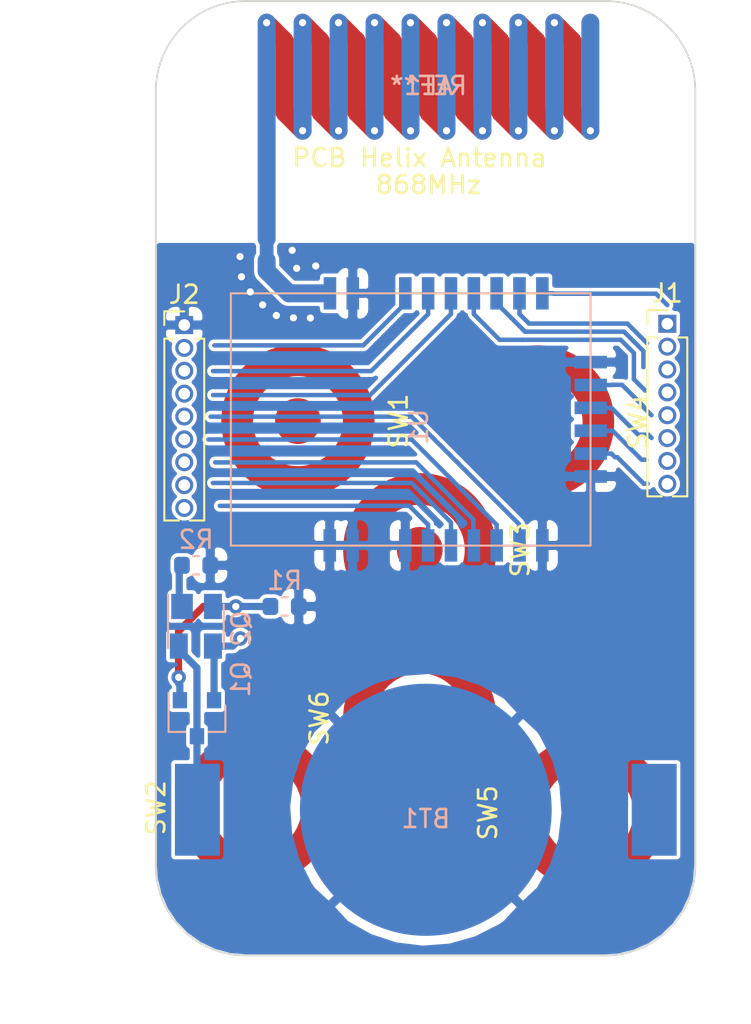
<source format=kicad_pcb>
(kicad_pcb (version 20171130) (host pcbnew 5.1.4-e60b266~84~ubuntu19.04.1)

  (general
    (thickness 0.8)
    (drawings 10)
    (tracks 106)
    (zones 0)
    (modules 15)
    (nets 23)
  )

  (page A4)
  (layers
    (0 F.Cu signal)
    (31 B.Cu signal)
    (32 B.Adhes user)
    (33 F.Adhes user)
    (34 B.Paste user)
    (35 F.Paste user)
    (36 B.SilkS user)
    (37 F.SilkS user)
    (38 B.Mask user)
    (39 F.Mask user)
    (40 Dwgs.User user)
    (41 Cmts.User user)
    (42 Eco1.User user)
    (43 Eco2.User user)
    (44 Edge.Cuts user)
    (45 Margin user)
    (46 B.CrtYd user)
    (47 F.CrtYd user)
    (48 B.Fab user)
    (49 F.Fab user)
  )

  (setup
    (last_trace_width 0.25)
    (trace_clearance 0.2)
    (zone_clearance 0.01)
    (zone_45_only no)
    (trace_min 0.2)
    (via_size 0.8)
    (via_drill 0.4)
    (via_min_size 0.4)
    (via_min_drill 0.3)
    (uvia_size 0.3)
    (uvia_drill 0.1)
    (uvias_allowed no)
    (uvia_min_size 0.2)
    (uvia_min_drill 0.1)
    (edge_width 0.05)
    (segment_width 0.2)
    (pcb_text_width 0.3)
    (pcb_text_size 1.5 1.5)
    (mod_edge_width 0.12)
    (mod_text_size 1 1)
    (mod_text_width 0.15)
    (pad_size 1.524 1.524)
    (pad_drill 0.762)
    (pad_to_mask_clearance 0.051)
    (solder_mask_min_width 0.25)
    (aux_axis_origin 100 120)
    (grid_origin 100 120)
    (visible_elements FFFFFF7F)
    (pcbplotparams
      (layerselection 0x010fc_ffffffff)
      (usegerberextensions false)
      (usegerberattributes false)
      (usegerberadvancedattributes false)
      (creategerberjobfile false)
      (excludeedgelayer true)
      (linewidth 0.100000)
      (plotframeref false)
      (viasonmask false)
      (mode 1)
      (useauxorigin false)
      (hpglpennumber 1)
      (hpglpenspeed 20)
      (hpglpendiameter 15.000000)
      (psnegative false)
      (psa4output false)
      (plotreference true)
      (plotvalue true)
      (plotinvisibletext false)
      (padsonsilk false)
      (subtractmaskfromsilk false)
      (outputformat 1)
      (mirror false)
      (drillshape 1)
      (scaleselection 1)
      (outputdirectory ""))
  )

  (net 0 "")
  (net 1 BTN_ROW1)
  (net 2 BTN_COL1)
  (net 3 BTN_ROW2)
  (net 4 BTN_ROW3)
  (net 5 BTN_COL2)
  (net 6 "Net-(AE1-Pad1)")
  (net 7 "Net-(BT1-Pad1)")
  (net 8 GND)
  (net 9 "Net-(J1-Pad8)")
  (net 10 "Net-(J1-Pad4)")
  (net 11 "Net-(J1-Pad3)")
  (net 12 "Net-(J2-Pad9)")
  (net 13 "Net-(J2-Pad8)")
  (net 14 "Net-(J2-Pad7)")
  (net 15 "Net-(J2-Pad6)")
  (net 16 "Net-(J2-Pad5)")
  (net 17 "Net-(J2-Pad4)")
  (net 18 "Net-(J2-Pad3)")
  (net 19 "Net-(J2-Pad2)")
  (net 20 "Net-(Q1-Pad1)")
  (net 21 "Net-(Q2-Pad1)")
  (net 22 "Net-(U1-Pad21)")

  (net_class Default "This is the default net class."
    (clearance 0.2)
    (trace_width 0.25)
    (via_dia 0.8)
    (via_drill 0.4)
    (uvia_dia 0.3)
    (uvia_drill 0.1)
    (add_net BTN_COL1)
    (add_net BTN_COL2)
    (add_net BTN_ROW1)
    (add_net BTN_ROW2)
    (add_net BTN_ROW3)
    (add_net GND)
    (add_net "Net-(AE1-Pad1)")
    (add_net "Net-(BT1-Pad1)")
    (add_net "Net-(J1-Pad3)")
    (add_net "Net-(J1-Pad4)")
    (add_net "Net-(J1-Pad8)")
    (add_net "Net-(J2-Pad2)")
    (add_net "Net-(J2-Pad3)")
    (add_net "Net-(J2-Pad4)")
    (add_net "Net-(J2-Pad5)")
    (add_net "Net-(J2-Pad6)")
    (add_net "Net-(J2-Pad7)")
    (add_net "Net-(J2-Pad8)")
    (add_net "Net-(J2-Pad9)")
    (add_net "Net-(Q1-Pad1)")
    (add_net "Net-(Q2-Pad1)")
    (add_net "Net-(U1-Pad21)")
  )

  (module Button_Switch_SMD:SW_PCB_SNAPTRON_PNP-06 (layer F.Cu) (tedit 5D653BF9) (tstamp 5D4DA2E8)
    (at 114.675 106.775 270)
    (path /5DA230BB)
    (fp_text reference SW6 (at 0 5.588 90) (layer F.SilkS)
      (effects (font (size 1 1) (thickness 0.15)))
    )
    (fp_text value BTN6 (at 0 -5.334 90) (layer F.Fab)
      (effects (font (size 1 1) (thickness 0.15)))
    )
    (fp_circle (center 0 0) (end 3.38 0) (layer F.Mask) (width 1.76))
    (fp_circle (center 0 0) (end 3.38 0) (layer F.Paste) (width 1.76))
    (fp_circle (center 0 0) (end 3.38 0) (layer F.Cu) (width 1.76))
    (pad 2 smd custom (at 3.38 0 270) (size 1 1) (layers F.Cu F.Paste F.Mask)
      (net 4 BTN_ROW3) (zone_connect 0)
      (options (clearance outline) (anchor circle))
      (primitives
      ))
    (pad 1 smd circle (at 0 0 270) (size 2.54 2.54) (layers F.Cu F.Paste F.Mask)
      (net 5 BTN_COL2))
  )

  (module Button_Switch_SMD:SW_PCB_SNAPTRON_PNP-06 (layer F.Cu) (tedit 5D653BF9) (tstamp 5D4DA2C7)
    (at 124.05 112.025 270)
    (path /5DA235DF)
    (fp_text reference SW5 (at 0 5.588 90) (layer F.SilkS)
      (effects (font (size 1 1) (thickness 0.15)))
    )
    (fp_text value BTN4 (at 0 -5.334 90) (layer F.Fab)
      (effects (font (size 1 1) (thickness 0.15)))
    )
    (fp_circle (center 0 0) (end 3.38 0) (layer F.Mask) (width 1.76))
    (fp_circle (center 0 0) (end 3.38 0) (layer F.Paste) (width 1.76))
    (fp_circle (center 0 0) (end 3.38 0) (layer F.Cu) (width 1.76))
    (pad 2 smd custom (at 3.38 0 270) (size 1 1) (layers F.Cu F.Paste F.Mask)
      (net 3 BTN_ROW2) (zone_connect 0)
      (options (clearance outline) (anchor circle))
      (primitives
      ))
    (pad 1 smd circle (at 0 0 270) (size 2.54 2.54) (layers F.Cu F.Paste F.Mask)
      (net 5 BTN_COL2))
  )

  (module Button_Switch_SMD:SW_PCB_SNAPTRON_PNP-06 (layer F.Cu) (tedit 5D653BF9) (tstamp 5D4DA700)
    (at 121.225 90.325 90)
    (path /5DA239E9)
    (fp_text reference SW4 (at 0 5.588 90) (layer F.SilkS)
      (effects (font (size 1 1) (thickness 0.15)))
    )
    (fp_text value BTN2 (at 0 -5.334 90) (layer F.Fab)
      (effects (font (size 1 1) (thickness 0.15)))
    )
    (fp_circle (center 0 0) (end 3.38 0) (layer F.Mask) (width 1.76))
    (fp_circle (center 0 0) (end 3.38 0) (layer F.Paste) (width 1.76))
    (fp_circle (center 0 0) (end 3.38 0) (layer F.Cu) (width 1.76))
    (pad 2 smd custom (at 3.38 0 90) (size 1 1) (layers F.Cu F.Paste F.Mask)
      (net 1 BTN_ROW1) (zone_connect 0)
      (options (clearance outline) (anchor circle))
      (primitives
      ))
    (pad 1 smd circle (at 0 0 90) (size 2.54 2.54) (layers F.Cu F.Paste F.Mask)
      (net 5 BTN_COL2))
  )

  (module Button_Switch_SMD:SW_PCB_SNAPTRON_PNP-06 (layer F.Cu) (tedit 5D653BF9) (tstamp 5D4DA285)
    (at 114.675 97.425 90)
    (path /5DA22CC5)
    (fp_text reference SW3 (at 0 5.588 90) (layer F.SilkS)
      (effects (font (size 1 1) (thickness 0.15)))
    )
    (fp_text value BTN5 (at 0 -5.334 90) (layer F.Fab)
      (effects (font (size 1 1) (thickness 0.15)))
    )
    (fp_circle (center 0 0) (end 3.38 0) (layer F.Mask) (width 1.76))
    (fp_circle (center 0 0) (end 3.38 0) (layer F.Paste) (width 1.76))
    (fp_circle (center 0 0) (end 3.38 0) (layer F.Cu) (width 1.76))
    (pad 2 smd custom (at 3.38 0 90) (size 1 1) (layers F.Cu F.Paste F.Mask)
      (net 4 BTN_ROW3) (zone_connect 0)
      (options (clearance outline) (anchor circle))
      (primitives
      ))
    (pad 1 smd circle (at 0 0 90) (size 2.54 2.54) (layers F.Cu F.Paste F.Mask)
      (net 2 BTN_COL1))
  )

  (module Button_Switch_SMD:SW_PCB_SNAPTRON_PNP-06 (layer F.Cu) (tedit 5D653BF9) (tstamp 5D4DA264)
    (at 105.6 111.75 270)
    (path /5DA228D7)
    (fp_text reference SW2 (at 0 5.588 90) (layer F.SilkS)
      (effects (font (size 1 1) (thickness 0.15)))
    )
    (fp_text value BTN3 (at 0 -5.334 90) (layer F.Fab)
      (effects (font (size 1 1) (thickness 0.15)))
    )
    (fp_circle (center 0 0) (end 3.38 0) (layer F.Mask) (width 1.76))
    (fp_circle (center 0 0) (end 3.38 0) (layer F.Paste) (width 1.76))
    (fp_circle (center 0 0) (end 3.38 0) (layer F.Cu) (width 1.76))
    (pad 2 smd custom (at 3.38 0 270) (size 1 1) (layers F.Cu F.Paste F.Mask)
      (net 3 BTN_ROW2) (zone_connect 0)
      (options (clearance outline) (anchor circle))
      (primitives
      ))
    (pad 1 smd circle (at 0 0 270) (size 2.54 2.54) (layers F.Cu F.Paste F.Mask)
      (net 2 BTN_COL1))
  )

  (module Button_Switch_SMD:SW_PCB_SNAPTRON_PNP-06 (layer F.Cu) (tedit 5D653BF9) (tstamp 5D4DA243)
    (at 107.9 90.275 90)
    (path /5DA21D95)
    (fp_text reference SW1 (at 0 5.588 90) (layer F.SilkS)
      (effects (font (size 1 1) (thickness 0.15)))
    )
    (fp_text value BTN1 (at 0 -5.334 90) (layer F.Fab)
      (effects (font (size 1 1) (thickness 0.15)))
    )
    (fp_circle (center 0 0) (end 3.38 0) (layer F.Mask) (width 1.76))
    (fp_circle (center 0 0) (end 3.38 0) (layer F.Paste) (width 1.76))
    (fp_circle (center 0 0) (end 3.38 0) (layer F.Cu) (width 1.76))
    (pad 2 smd custom (at 3.38 0 90) (size 1 1) (layers F.Cu F.Paste F.Mask)
      (net 1 BTN_ROW1) (zone_connect 0)
      (options (clearance outline) (anchor circle))
      (primitives
      ))
    (pad 1 smd circle (at 0 0 90) (size 2.54 2.54) (layers F.Cu F.Paste F.Mask)
      (net 2 BTN_COL1))
  )

  (module Resistor_SMD:R_0603_1608Metric (layer B.Cu) (tedit 5B301BBD) (tstamp 5D55B22E)
    (at 102.2375 98.283 180)
    (descr "Resistor SMD 0603 (1608 Metric), square (rectangular) end terminal, IPC_7351 nominal, (Body size source: http://www.tortai-tech.com/upload/download/2011102023233369053.pdf), generated with kicad-footprint-generator")
    (tags resistor)
    (path /5D7BCC54)
    (attr smd)
    (fp_text reference R2 (at 0 1.43) (layer B.SilkS)
      (effects (font (size 1 1) (thickness 0.15)) (justify mirror))
    )
    (fp_text value 10k (at 0 -1.43) (layer B.Fab)
      (effects (font (size 1 1) (thickness 0.15)) (justify mirror))
    )
    (fp_text user %R (at 0 0) (layer B.Fab)
      (effects (font (size 0.4 0.4) (thickness 0.06)) (justify mirror))
    )
    (fp_line (start 1.48 -0.73) (end -1.48 -0.73) (layer B.CrtYd) (width 0.05))
    (fp_line (start 1.48 0.73) (end 1.48 -0.73) (layer B.CrtYd) (width 0.05))
    (fp_line (start -1.48 0.73) (end 1.48 0.73) (layer B.CrtYd) (width 0.05))
    (fp_line (start -1.48 -0.73) (end -1.48 0.73) (layer B.CrtYd) (width 0.05))
    (fp_line (start -0.162779 -0.51) (end 0.162779 -0.51) (layer B.SilkS) (width 0.12))
    (fp_line (start -0.162779 0.51) (end 0.162779 0.51) (layer B.SilkS) (width 0.12))
    (fp_line (start 0.8 -0.4) (end -0.8 -0.4) (layer B.Fab) (width 0.1))
    (fp_line (start 0.8 0.4) (end 0.8 -0.4) (layer B.Fab) (width 0.1))
    (fp_line (start -0.8 0.4) (end 0.8 0.4) (layer B.Fab) (width 0.1))
    (fp_line (start -0.8 -0.4) (end -0.8 0.4) (layer B.Fab) (width 0.1))
    (pad 2 smd roundrect (at 0.7875 0 180) (size 0.875 0.95) (layers B.Cu B.Paste B.Mask) (roundrect_rratio 0.25)
      (net 21 "Net-(Q2-Pad1)"))
    (pad 1 smd roundrect (at -0.7875 0 180) (size 0.875 0.95) (layers B.Cu B.Paste B.Mask) (roundrect_rratio 0.25)
      (net 8 GND))
    (model ${KISYS3DMOD}/Resistor_SMD.3dshapes/R_0603_1608Metric.wrl
      (at (xyz 0 0 0))
      (scale (xyz 1 1 1))
      (rotate (xyz 0 0 0))
    )
  )

  (module Resistor_SMD:R_0603_1608Metric (layer B.Cu) (tedit 5B301BBD) (tstamp 5D680266)
    (at 107.1605 100.569 180)
    (descr "Resistor SMD 0603 (1608 Metric), square (rectangular) end terminal, IPC_7351 nominal, (Body size source: http://www.tortai-tech.com/upload/download/2011102023233369053.pdf), generated with kicad-footprint-generator")
    (tags resistor)
    (path /5D7BCC5A)
    (attr smd)
    (fp_text reference R1 (at 0 1.43) (layer B.SilkS)
      (effects (font (size 1 1) (thickness 0.15)) (justify mirror))
    )
    (fp_text value 47.5k (at 0 -1.43) (layer B.Fab)
      (effects (font (size 1 1) (thickness 0.15)) (justify mirror))
    )
    (fp_text user %R (at 0 0) (layer B.Fab)
      (effects (font (size 0.4 0.4) (thickness 0.06)) (justify mirror))
    )
    (fp_line (start 1.48 -0.73) (end -1.48 -0.73) (layer B.CrtYd) (width 0.05))
    (fp_line (start 1.48 0.73) (end 1.48 -0.73) (layer B.CrtYd) (width 0.05))
    (fp_line (start -1.48 0.73) (end 1.48 0.73) (layer B.CrtYd) (width 0.05))
    (fp_line (start -1.48 -0.73) (end -1.48 0.73) (layer B.CrtYd) (width 0.05))
    (fp_line (start -0.162779 -0.51) (end 0.162779 -0.51) (layer B.SilkS) (width 0.12))
    (fp_line (start -0.162779 0.51) (end 0.162779 0.51) (layer B.SilkS) (width 0.12))
    (fp_line (start 0.8 -0.4) (end -0.8 -0.4) (layer B.Fab) (width 0.1))
    (fp_line (start 0.8 0.4) (end 0.8 -0.4) (layer B.Fab) (width 0.1))
    (fp_line (start -0.8 0.4) (end 0.8 0.4) (layer B.Fab) (width 0.1))
    (fp_line (start -0.8 -0.4) (end -0.8 0.4) (layer B.Fab) (width 0.1))
    (pad 2 smd roundrect (at 0.7875 0 180) (size 0.875 0.95) (layers B.Cu B.Paste B.Mask) (roundrect_rratio 0.25)
      (net 20 "Net-(Q1-Pad1)"))
    (pad 1 smd roundrect (at -0.7875 0 180) (size 0.875 0.95) (layers B.Cu B.Paste B.Mask) (roundrect_rratio 0.25)
      (net 8 GND))
    (model ${KISYS3DMOD}/Resistor_SMD.3dshapes/R_0603_1608Metric.wrl
      (at (xyz 0 0 0))
      (scale (xyz 1 1 1))
      (rotate (xyz 0 0 0))
    )
  )

  (module Battery:BatteryHolder_Linx_BAT-HLD-001 locked (layer B.Cu) (tedit 5D555C81) (tstamp 5D559D0D)
    (at 115.01 111.86 180)
    (path /5D558072)
    (fp_text reference BT1 (at 0 -0.5) (layer B.SilkS)
      (effects (font (size 1 1) (thickness 0.15)) (justify mirror))
    )
    (fp_text value Battery_Cell (at -0.17 9.88) (layer B.Fab)
      (effects (font (size 1 1) (thickness 0.15)) (justify mirror))
    )
    (fp_text user + (at -12 3.5) (layer F.Paste)
      (effects (font (size 1 1) (thickness 0.15)))
    )
    (fp_text user + (at -12 3.5) (layer F.Paste)
      (effects (font (size 1 1) (thickness 0.15)))
    )
    (fp_line (start 13 -5) (end 13 -3) (layer F.Paste) (width 0.12))
    (fp_line (start 10 -8) (end 13 -5) (layer F.Paste) (width 0.12))
    (fp_line (start -10 -8) (end 10 -8) (layer F.Paste) (width 0.12))
    (fp_line (start -13 -5) (end -10 -8) (layer F.Paste) (width 0.12))
    (fp_line (start -13 -3) (end -13 -5) (layer F.Paste) (width 0.12))
    (fp_line (start 13 8) (end 13 3) (layer F.Paste) (width 0.12))
    (fp_line (start -13 8) (end 13 8) (layer F.Paste) (width 0.12))
    (fp_line (start -13 3) (end -13 8) (layer F.Paste) (width 0.12))
    (fp_circle (center 6.3 3.5) (end 7.9 1.4) (layer B.CrtYd) (width 0.12))
    (fp_circle (center -6.609925 3.5) (end -5.009925 1.4) (layer B.CrtYd) (width 0.12))
    (fp_line (start -10.55 7.75) (end 10.55 7.75) (layer B.CrtYd) (width 0.12))
    (fp_line (start 10.55 7.75) (end 10.55 -5) (layer B.CrtYd) (width 0.12))
    (fp_line (start 7.7 -7.85) (end -7.75 -7.8) (layer B.CrtYd) (width 0.12))
    (fp_line (start -10.55 -5) (end -10.55 7.75) (layer B.CrtYd) (width 0.12))
    (fp_arc (start 0 -10.75) (end 5.25 -7.75) (angle 120.5102374) (layer B.CrtYd) (width 0.12))
    (fp_line (start 10.55 -5) (end 7.7 -7.85) (layer B.CrtYd) (width 0.12))
    (fp_line (start -10.55 -5) (end -7.75 -7.8) (layer B.CrtYd) (width 0.12))
    (pad 2 smd circle (at 0 0 180) (size 14 14) (layers B.Cu B.Paste B.Mask)
      (net 8 GND))
    (pad 1 smd rect (at -12.7 0 180) (size 2.5 5.1) (layers B.Cu B.Paste B.Mask)
      (net 7 "Net-(BT1-Pad1)"))
    (pad 1 smd rect (at 12.7 0 180) (size 2.5 5.1) (layers B.Cu B.Paste B.Mask)
      (net 7 "Net-(BT1-Pad1)"))
    (model ${KISYS3DMOD}/Battery.3dshapes/BatteryHolder_Keystone_3034_1x20mm.step
      (at (xyz 0 0 0))
      (scale (xyz 1 1 1))
      (rotate (xyz 0 0 0))
    )
  )

  (module Package_TO_SOT_SMD:SOT-143 (layer B.Cu) (tedit 5A02FF57) (tstamp 5D55B20C)
    (at 102.225 101.669 270)
    (descr SOT-143)
    (tags SOT-143)
    (path /5D7BCC43)
    (attr smd)
    (fp_text reference Q2 (at 0.131 -2.515 90) (layer B.SilkS)
      (effects (font (size 1 1) (thickness 0.15)) (justify mirror))
    )
    (fp_text value BCV62 (at -0.28 -2.48 90) (layer B.Fab)
      (effects (font (size 1 1) (thickness 0.15)) (justify mirror))
    )
    (fp_line (start -2.05 -1.75) (end -2.05 1.75) (layer B.CrtYd) (width 0.05))
    (fp_line (start -2.05 -1.75) (end 2.05 -1.75) (layer B.CrtYd) (width 0.05))
    (fp_line (start 2.05 1.75) (end -2.05 1.75) (layer B.CrtYd) (width 0.05))
    (fp_line (start 2.05 1.75) (end 2.05 -1.75) (layer B.CrtYd) (width 0.05))
    (fp_line (start 1.2 1.5) (end 1.2 -1.5) (layer B.Fab) (width 0.1))
    (fp_line (start 1.2 -1.5) (end -1.2 -1.5) (layer B.Fab) (width 0.1))
    (fp_line (start -1.2 -1.5) (end -1.2 1) (layer B.Fab) (width 0.1))
    (fp_line (start -0.7 1.5) (end 1.2 1.5) (layer B.Fab) (width 0.1))
    (fp_line (start -1.2 1) (end -0.7 1.5) (layer B.Fab) (width 0.1))
    (fp_line (start 1.2 1.55) (end -1.75 1.55) (layer B.SilkS) (width 0.12))
    (fp_line (start -1.2 -1.55) (end 1.2 -1.55) (layer B.SilkS) (width 0.12))
    (fp_text user %R (at 0 0 180) (layer B.Fab)
      (effects (font (size 0.5 0.5) (thickness 0.075)) (justify mirror))
    )
    (pad 4 smd rect (at 1.1 0.95) (size 1 1.4) (layers B.Cu B.Paste B.Mask)
      (net 7 "Net-(BT1-Pad1)"))
    (pad 3 smd rect (at 1.1 -0.95) (size 1 1.4) (layers B.Cu B.Paste B.Mask)
      (net 19 "Net-(J2-Pad2)"))
    (pad 2 smd rect (at -1.1 -0.95) (size 1 1.4) (layers B.Cu B.Paste B.Mask)
      (net 20 "Net-(Q1-Pad1)"))
    (pad 1 smd rect (at -1.1 0.77) (size 1.2 1.4) (layers B.Cu B.Paste B.Mask)
      (net 21 "Net-(Q2-Pad1)"))
    (model ${KISYS3DMOD}/Package_TO_SOT_SMD.3dshapes/SOT-143.wrl
      (at (xyz 0 0 0))
      (scale (xyz 1 1 1))
      (rotate (xyz 0 0 0))
    )
  )

  (module Package_TO_SOT_SMD:SOT-23 (layer B.Cu) (tedit 5A02FF57) (tstamp 5D55B1F8)
    (at 102.286 106.776 270)
    (descr "SOT-23, Standard")
    (tags SOT-23)
    (path /5D7BCC3D)
    (attr smd)
    (fp_text reference Q1 (at -2.166 -2.434 90) (layer B.SilkS)
      (effects (font (size 1 1) (thickness 0.15)) (justify mirror))
    )
    (fp_text value IRLML6402 (at 0 -2.5 90) (layer B.Fab)
      (effects (font (size 1 1) (thickness 0.15)) (justify mirror))
    )
    (fp_line (start 0.76 -1.58) (end -0.7 -1.58) (layer B.SilkS) (width 0.12))
    (fp_line (start 0.76 1.58) (end -1.4 1.58) (layer B.SilkS) (width 0.12))
    (fp_line (start -1.7 -1.75) (end -1.7 1.75) (layer B.CrtYd) (width 0.05))
    (fp_line (start 1.7 -1.75) (end -1.7 -1.75) (layer B.CrtYd) (width 0.05))
    (fp_line (start 1.7 1.75) (end 1.7 -1.75) (layer B.CrtYd) (width 0.05))
    (fp_line (start -1.7 1.75) (end 1.7 1.75) (layer B.CrtYd) (width 0.05))
    (fp_line (start 0.76 1.58) (end 0.76 0.65) (layer B.SilkS) (width 0.12))
    (fp_line (start 0.76 -1.58) (end 0.76 -0.65) (layer B.SilkS) (width 0.12))
    (fp_line (start -0.7 -1.52) (end 0.7 -1.52) (layer B.Fab) (width 0.1))
    (fp_line (start 0.7 1.52) (end 0.7 -1.52) (layer B.Fab) (width 0.1))
    (fp_line (start -0.7 0.95) (end -0.15 1.52) (layer B.Fab) (width 0.1))
    (fp_line (start -0.15 1.52) (end 0.7 1.52) (layer B.Fab) (width 0.1))
    (fp_line (start -0.7 0.95) (end -0.7 -1.5) (layer B.Fab) (width 0.1))
    (fp_text user %R (at 0 0 180) (layer B.Fab)
      (effects (font (size 0.5 0.5) (thickness 0.075)) (justify mirror))
    )
    (pad 3 smd rect (at 1 0 270) (size 0.9 0.8) (layers B.Cu B.Paste B.Mask)
      (net 7 "Net-(BT1-Pad1)"))
    (pad 2 smd rect (at -1 -0.95 270) (size 0.9 0.8) (layers B.Cu B.Paste B.Mask)
      (net 19 "Net-(J2-Pad2)"))
    (pad 1 smd rect (at -1 0.95 270) (size 0.9 0.8) (layers B.Cu B.Paste B.Mask)
      (net 20 "Net-(Q1-Pad1)"))
    (model ${KISYS3DMOD}/Package_TO_SOT_SMD.3dshapes/SOT-23.wrl
      (at (xyz 0 0 0))
      (scale (xyz 1 1 1))
      (rotate (xyz 0 0 0))
    )
  )

  (module Connector_PinHeader_1.27mm:PinHeader_1x09_P1.27mm_Vertical (layer F.Cu) (tedit 59FED6E3) (tstamp 5D55B1E3)
    (at 101.58 84.94)
    (descr "Through hole straight pin header, 1x09, 1.27mm pitch, single row")
    (tags "Through hole pin header THT 1x09 1.27mm single row")
    (path /5D57DF95)
    (fp_text reference J2 (at 0 -1.695) (layer F.SilkS)
      (effects (font (size 1 1) (thickness 0.15)))
    )
    (fp_text value Conn_01x09 (at 0 11.855) (layer F.Fab)
      (effects (font (size 1 1) (thickness 0.15)))
    )
    (fp_text user %R (at 0 5.08 90) (layer F.Fab)
      (effects (font (size 1 1) (thickness 0.15)))
    )
    (fp_line (start 1.55 -1.15) (end -1.55 -1.15) (layer F.CrtYd) (width 0.05))
    (fp_line (start 1.55 11.3) (end 1.55 -1.15) (layer F.CrtYd) (width 0.05))
    (fp_line (start -1.55 11.3) (end 1.55 11.3) (layer F.CrtYd) (width 0.05))
    (fp_line (start -1.55 -1.15) (end -1.55 11.3) (layer F.CrtYd) (width 0.05))
    (fp_line (start -1.11 -0.76) (end 0 -0.76) (layer F.SilkS) (width 0.12))
    (fp_line (start -1.11 0) (end -1.11 -0.76) (layer F.SilkS) (width 0.12))
    (fp_line (start 0.563471 0.76) (end 1.11 0.76) (layer F.SilkS) (width 0.12))
    (fp_line (start -1.11 0.76) (end -0.563471 0.76) (layer F.SilkS) (width 0.12))
    (fp_line (start 1.11 0.76) (end 1.11 10.855) (layer F.SilkS) (width 0.12))
    (fp_line (start -1.11 0.76) (end -1.11 10.855) (layer F.SilkS) (width 0.12))
    (fp_line (start 0.30753 10.855) (end 1.11 10.855) (layer F.SilkS) (width 0.12))
    (fp_line (start -1.11 10.855) (end -0.30753 10.855) (layer F.SilkS) (width 0.12))
    (fp_line (start -1.05 -0.11) (end -0.525 -0.635) (layer F.Fab) (width 0.1))
    (fp_line (start -1.05 10.795) (end -1.05 -0.11) (layer F.Fab) (width 0.1))
    (fp_line (start 1.05 10.795) (end -1.05 10.795) (layer F.Fab) (width 0.1))
    (fp_line (start 1.05 -0.635) (end 1.05 10.795) (layer F.Fab) (width 0.1))
    (fp_line (start -0.525 -0.635) (end 1.05 -0.635) (layer F.Fab) (width 0.1))
    (pad 9 thru_hole oval (at 0 10.16) (size 1 1) (drill 0.65) (layers *.Cu *.Mask)
      (net 12 "Net-(J2-Pad9)"))
    (pad 8 thru_hole oval (at 0 8.89) (size 1 1) (drill 0.65) (layers *.Cu *.Mask)
      (net 13 "Net-(J2-Pad8)"))
    (pad 7 thru_hole oval (at 0 7.62) (size 1 1) (drill 0.65) (layers *.Cu *.Mask)
      (net 14 "Net-(J2-Pad7)"))
    (pad 6 thru_hole oval (at 0 6.35) (size 1 1) (drill 0.65) (layers *.Cu *.Mask)
      (net 15 "Net-(J2-Pad6)"))
    (pad 5 thru_hole oval (at 0 5.08) (size 1 1) (drill 0.65) (layers *.Cu *.Mask)
      (net 16 "Net-(J2-Pad5)"))
    (pad 4 thru_hole oval (at 0 3.81) (size 1 1) (drill 0.65) (layers *.Cu *.Mask)
      (net 17 "Net-(J2-Pad4)"))
    (pad 3 thru_hole oval (at 0 2.54) (size 1 1) (drill 0.65) (layers *.Cu *.Mask)
      (net 18 "Net-(J2-Pad3)"))
    (pad 2 thru_hole oval (at 0 1.27) (size 1 1) (drill 0.65) (layers *.Cu *.Mask)
      (net 19 "Net-(J2-Pad2)"))
    (pad 1 thru_hole rect (at 0 0) (size 1 1) (drill 0.65) (layers *.Cu *.Mask)
      (net 8 GND))
    (model ${KISYS3DMOD}/Connector_PinHeader_1.27mm.3dshapes/PinHeader_1x09_P1.27mm_Vertical.wrl
      (at (xyz 0 0 0))
      (scale (xyz 1 1 1))
      (rotate (xyz 0 0 0))
    )
  )

  (module Connector_PinHeader_1.27mm:PinHeader_1x08_P1.27mm_Vertical (layer F.Cu) (tedit 59FED6E3) (tstamp 5D55B4F6)
    (at 128.44 84.87)
    (descr "Through hole straight pin header, 1x08, 1.27mm pitch, single row")
    (tags "Through hole pin header THT 1x08 1.27mm single row")
    (path /5D56D97C)
    (fp_text reference J1 (at 0 -1.695) (layer F.SilkS)
      (effects (font (size 1 1) (thickness 0.15)))
    )
    (fp_text value Conn_01x08 (at 0 10.585) (layer F.Fab)
      (effects (font (size 1 1) (thickness 0.15)))
    )
    (fp_text user %R (at 0 4.445 90) (layer F.Fab)
      (effects (font (size 1 1) (thickness 0.15)))
    )
    (fp_line (start 1.55 -1.15) (end -1.55 -1.15) (layer F.CrtYd) (width 0.05))
    (fp_line (start 1.55 10.05) (end 1.55 -1.15) (layer F.CrtYd) (width 0.05))
    (fp_line (start -1.55 10.05) (end 1.55 10.05) (layer F.CrtYd) (width 0.05))
    (fp_line (start -1.55 -1.15) (end -1.55 10.05) (layer F.CrtYd) (width 0.05))
    (fp_line (start -1.11 -0.76) (end 0 -0.76) (layer F.SilkS) (width 0.12))
    (fp_line (start -1.11 0) (end -1.11 -0.76) (layer F.SilkS) (width 0.12))
    (fp_line (start 0.563471 0.76) (end 1.11 0.76) (layer F.SilkS) (width 0.12))
    (fp_line (start -1.11 0.76) (end -0.563471 0.76) (layer F.SilkS) (width 0.12))
    (fp_line (start 1.11 0.76) (end 1.11 9.585) (layer F.SilkS) (width 0.12))
    (fp_line (start -1.11 0.76) (end -1.11 9.585) (layer F.SilkS) (width 0.12))
    (fp_line (start 0.30753 9.585) (end 1.11 9.585) (layer F.SilkS) (width 0.12))
    (fp_line (start -1.11 9.585) (end -0.30753 9.585) (layer F.SilkS) (width 0.12))
    (fp_line (start -1.05 -0.11) (end -0.525 -0.635) (layer F.Fab) (width 0.1))
    (fp_line (start -1.05 9.525) (end -1.05 -0.11) (layer F.Fab) (width 0.1))
    (fp_line (start 1.05 9.525) (end -1.05 9.525) (layer F.Fab) (width 0.1))
    (fp_line (start 1.05 -0.635) (end 1.05 9.525) (layer F.Fab) (width 0.1))
    (fp_line (start -0.525 -0.635) (end 1.05 -0.635) (layer F.Fab) (width 0.1))
    (pad 8 thru_hole oval (at 0 8.89) (size 1 1) (drill 0.65) (layers *.Cu *.Mask)
      (net 9 "Net-(J1-Pad8)"))
    (pad 7 thru_hole oval (at 0 7.62) (size 1 1) (drill 0.65) (layers *.Cu *.Mask)
      (net 4 BTN_ROW3))
    (pad 6 thru_hole oval (at 0 6.35) (size 1 1) (drill 0.65) (layers *.Cu *.Mask)
      (net 3 BTN_ROW2))
    (pad 5 thru_hole oval (at 0 5.08) (size 1 1) (drill 0.65) (layers *.Cu *.Mask)
      (net 1 BTN_ROW1))
    (pad 4 thru_hole oval (at 0 3.81) (size 1 1) (drill 0.65) (layers *.Cu *.Mask)
      (net 10 "Net-(J1-Pad4)"))
    (pad 3 thru_hole oval (at 0 2.54) (size 1 1) (drill 0.65) (layers *.Cu *.Mask)
      (net 11 "Net-(J1-Pad3)"))
    (pad 2 thru_hole oval (at 0 1.27) (size 1 1) (drill 0.65) (layers *.Cu *.Mask)
      (net 5 BTN_COL2))
    (pad 1 thru_hole rect (at 0 0) (size 1 1) (drill 0.65) (layers *.Cu *.Mask)
      (net 2 BTN_COL1))
    (model ${KISYS3DMOD}/Connector_PinHeader_1.27mm.3dshapes/PinHeader_1x08_P1.27mm_Vertical.wrl
      (at (xyz 0 0 0))
      (scale (xyz 1 1 1))
      (rotate (xyz 0 0 0))
    )
  )

  (module RF_Antenna:Taxes_SWRA416_868MHz_Left (layer B.Cu) (tedit 5D4DECC2) (tstamp 5D4E4B7F)
    (at 115.16 71.150001 180)
    (path /5D4E0076)
    (fp_text reference AE1 (at 0 -0.5) (layer B.SilkS)
      (effects (font (size 1 1) (thickness 0.15)) (justify mirror))
    )
    (fp_text value Antenna (at 0 0.5) (layer B.Fab)
      (effects (font (size 1 1) (thickness 0.15)) (justify mirror))
    )
    (fp_line (start 9.5 3.5) (end 9.5 -8.5) (layer Dwgs.User) (width 0.12))
    (fp_line (start 9.5 3.5) (end -9.5 -8.5) (layer Dwgs.User) (width 0.12))
    (fp_line (start -9.5 3.5) (end 9.5 3.5) (layer Dwgs.User) (width 0.12))
    (fp_line (start 9.5 -8.5) (end -9.5 3.5) (layer Dwgs.User) (width 0.12))
    (fp_line (start -9.5 -8.5) (end 9.5 -8.5) (layer Dwgs.User) (width 0.12))
    (fp_line (start -9.5 3.5) (end -9.5 -8.5) (layer Dwgs.User) (width 0.12))
    (fp_line (start 10 4) (end -10 4) (layer Dwgs.User) (width 0.12))
    (fp_line (start 10 -9) (end 10 4) (layer Dwgs.User) (width 0.12))
    (fp_line (start -10 -9) (end 10 -9) (layer Dwgs.User) (width 0.12))
    (fp_line (start -10 4) (end -10 -9) (layer Dwgs.User) (width 0.12))
    (fp_line (start -7 3) (end -8 2) (layer F.Cu) (width 1))
    (fp_line (start -8 -2) (end -9 -3) (layer F.Cu) (width 1))
    (fp_line (start -8 2) (end -8 -2) (layer F.Cu) (width 1))
    (fp_line (start -5 3) (end -6 2) (layer F.Cu) (width 1))
    (fp_line (start -6 -2) (end -7 -3) (layer F.Cu) (width 1))
    (fp_line (start -6 2) (end -6 -2) (layer F.Cu) (width 1))
    (fp_line (start -3 3) (end -4 2) (layer F.Cu) (width 1))
    (fp_line (start -4 -2) (end -5 -3) (layer F.Cu) (width 1))
    (fp_line (start -4 2) (end -4 -2) (layer F.Cu) (width 1))
    (fp_line (start -1 3) (end -2 2) (layer F.Cu) (width 1))
    (fp_line (start -2 -2) (end -3 -3) (layer F.Cu) (width 1))
    (fp_line (start -2 2) (end -2 -2) (layer F.Cu) (width 1))
    (fp_line (start 1 3) (end 0 2) (layer F.Cu) (width 1))
    (fp_line (start 0 -2) (end -1 -3) (layer F.Cu) (width 1))
    (fp_line (start 0 2) (end 0 -2) (layer F.Cu) (width 1))
    (fp_line (start 3 3) (end 2 2) (layer F.Cu) (width 1))
    (fp_line (start 2 -2) (end 1 -3) (layer F.Cu) (width 1))
    (fp_line (start 2 2) (end 2 -2) (layer F.Cu) (width 1))
    (fp_line (start 5 3) (end 4 2) (layer F.Cu) (width 1))
    (fp_line (start 4 -2) (end 3 -3) (layer F.Cu) (width 1))
    (fp_line (start 4 2) (end 4 -2) (layer F.Cu) (width 1))
    (fp_line (start 7 3) (end 6 2) (layer F.Cu) (width 1))
    (fp_line (start 6 -2) (end 5 -3) (layer F.Cu) (width 1))
    (fp_line (start 6 2) (end 6 -2) (layer F.Cu) (width 1))
    (fp_line (start 8 -2) (end 7 -3) (layer F.Cu) (width 1))
    (fp_line (start 8 2) (end 8 -2) (layer F.Cu) (width 1))
    (fp_line (start 9 3) (end 8 2) (layer F.Cu) (width 1))
    (fp_text user 868MHz (at 0 -6) (layer F.SilkS)
      (effects (font (size 1 1) (thickness 0.15)))
    )
    (fp_line (start 5 -3) (end 5 3) (layer B.Cu) (width 1))
    (fp_line (start -5 -3) (end -5 3) (layer B.Cu) (width 1))
    (fp_line (start -3 -3) (end -3 3) (layer B.Cu) (width 1))
    (fp_line (start -1 -3) (end -1 3) (layer B.Cu) (width 1))
    (fp_text user REF** (at 0 -0.5) (layer B.SilkS)
      (effects (font (size 1 1) (thickness 0.15)) (justify mirror))
    )
    (fp_text user Texas_SWRA416_868MHz_Right (at 0 0.5) (layer B.Fab)
      (effects (font (size 1 1) (thickness 0.15)) (justify mirror))
    )
    (fp_line (start -9 -3) (end -9 3) (layer B.Cu) (width 1))
    (fp_line (start 3 -3) (end 3 3) (layer B.Cu) (width 1))
    (fp_line (start -7 -3) (end -7 3) (layer B.Cu) (width 1))
    (fp_line (start 7 -3) (end 7 3) (layer B.Cu) (width 1))
    (fp_line (start 9 -9) (end 9 3) (layer B.Cu) (width 1))
    (fp_line (start 1 -3) (end 1 3) (layer B.Cu) (width 1))
    (fp_text user "PCB Helix Antenna" (at 0.5 -4.5) (layer F.SilkS)
      (effects (font (size 1 1) (thickness 0.15)))
    )
    (pad ~ thru_hole circle (at -1 3 180) (size 0.762 0.762) (drill 0.4) (layers *.Cu *.Mask))
    (pad ~ thru_hole circle (at -3 -3 180) (size 0.762 0.762) (drill 0.4) (layers *.Cu *.Mask))
    (pad ~ thru_hole circle (at 7 -3 180) (size 0.762 0.762) (drill 0.4) (layers *.Cu *.Mask))
    (pad ~ thru_hole circle (at -9 -3 180) (size 0.762 0.762) (drill 0.4) (layers *.Cu *.Mask))
    (pad ~ thru_hole circle (at 3 3 180) (size 0.762 0.762) (drill 0.4) (layers *.Cu *.Mask))
    (pad ~ thru_hole circle (at -5 -3 180) (size 0.762 0.762) (drill 0.4) (layers *.Cu *.Mask))
    (pad ~ thru_hole circle (at 1 3 180) (size 0.762 0.762) (drill 0.4) (layers *.Cu *.Mask))
    (pad ~ thru_hole circle (at 5 -3 180) (size 0.762 0.762) (drill 0.4) (layers *.Cu *.Mask))
    (pad ~ thru_hole circle (at 3 -3 180) (size 0.762 0.762) (drill 0.4) (layers *.Cu *.Mask))
    (pad ~ thru_hole circle (at -5 3 180) (size 0.762 0.762) (drill 0.4) (layers *.Cu *.Mask))
    (pad ~ thru_hole circle (at -1 -3 180) (size 0.762 0.762) (drill 0.4) (layers *.Cu *.Mask))
    (pad ~ thru_hole circle (at 1 -3 180) (size 0.762 0.762) (drill 0.4) (layers *.Cu *.Mask))
    (pad ~ thru_hole circle (at -7 -3 180) (size 0.762 0.762) (drill 0.4) (layers *.Cu *.Mask))
    (pad ~ thru_hole circle (at -3 3 180) (size 0.762 0.762) (drill 0.4) (layers *.Cu *.Mask))
    (pad ~ thru_hole circle (at 9 3 180) (size 0.762 0.762) (drill 0.4) (layers *.Cu *.Mask))
    (pad ~ thru_hole circle (at -7 3 180) (size 0.762 0.762) (drill 0.4) (layers *.Cu *.Mask))
    (pad ~ thru_hole circle (at 5 3 180) (size 0.762 0.762) (drill 0.4) (layers *.Cu *.Mask))
    (pad ~ thru_hole circle (at 7 3 180) (size 0.762 0.762) (drill 0.4) (layers *.Cu *.Mask))
    (pad 1 smd rect (at 9 -9.5 180) (size 0.762 0.762) (layers B.Cu B.Paste B.Mask)
      (net 6 "Net-(AE1-Pad1)"))
  )

  (module RF_Module:E70-868MS14 (layer B.Cu) (tedit 5D4152E7) (tstamp 5D4DA31F)
    (at 114.18 90.18 270)
    (path /5D4A483F)
    (fp_text reference U1 (at 0.41 -0.44 270) (layer B.SilkS)
      (effects (font (size 1 1) (thickness 0.15)) (justify mirror))
    )
    (fp_text value E70-868T14S2 (at -0.02 -2 270) (layer B.Fab)
      (effects (font (size 1 1) (thickness 0.15)) (justify mirror))
    )
    (fp_line (start 6 4.49) (end 6.41 4.95) (layer B.Fab) (width 0.08))
    (fp_line (start 6.01 4.29) (end 6.59 4.94) (layer B.Fab) (width 0.08))
    (fp_line (start 6.74 4.07) (end 6.99 4.34) (layer B.Fab) (width 0.08))
    (fp_line (start 6.55 4.06) (end 7 4.55) (layer B.Fab) (width 0.08))
    (fp_line (start 6.37 4.06) (end 7 4.77) (layer B.Fab) (width 0.08))
    (fp_line (start 6.18 4.05) (end 6.96 4.93) (layer B.Fab) (width 0.08))
    (fp_line (start 6.01 4.07) (end 6.79 4.95) (layer B.Fab) (width 0.08))
    (fp_line (start 6.01 4.07) (end 7 4.07) (layer B.Fab) (width 0.12))
    (fp_line (start 6.01 4.95) (end 6.01 4.07) (layer B.Fab) (width 0.12))
    (fp_line (start 7 4.95) (end 6.01 4.95) (layer B.Fab) (width 0.12))
    (fp_line (start 7.01 9.5) (end 6.51 10) (layer B.Fab) (width 0.12))
    (fp_line (start 7 4.98) (end 7 -9.99) (layer B.Fab) (width 0.12))
    (fp_line (start 7.01 9.5) (end 7 4.98) (layer B.Fab) (width 0.12))
    (fp_line (start -7 10) (end 6.51 10) (layer B.Fab) (width 0.12))
    (fp_line (start -7 -9.99) (end -7 10) (layer B.Fab) (width 0.12))
    (fp_line (start 7 -9.99) (end -7 -9.99) (layer B.Fab) (width 0.12))
    (fp_line (start -7 -10) (end 7 -10) (layer Dwgs.User) (width 0.12))
    (fp_line (start -7 10) (end -7 -10) (layer Dwgs.User) (width 0.12))
    (fp_line (start 0 10) (end -7 10) (layer Dwgs.User) (width 0.12))
    (fp_line (start 7 10) (end 0 10) (layer Dwgs.User) (width 0.12))
    (fp_line (start 7 0) (end 7 10) (layer Dwgs.User) (width 0.12))
    (fp_line (start 7 -10) (end 7 0) (layer Dwgs.User) (width 0.12))
    (fp_line (start -7 -9.99) (end -7 10.01) (layer B.SilkS) (width 0.12))
    (fp_line (start 7.01 -9.99) (end -7 -9.99) (layer B.SilkS) (width 0.12))
    (fp_line (start 7.01 10.01) (end 7.01 -9.99) (layer B.SilkS) (width 0.12))
    (fp_line (start -7 10.01) (end 7.01 10.01) (layer B.SilkS) (width 0.12))
    (fp_text user %R (at 0 0 270) (layer B.Fab)
      (effects (font (size 1 1) (thickness 0.15)) (justify mirror))
    )
    (pad 15 smd rect (at -3.18 -10 180) (size 1.8 0.7) (layers B.Cu B.Paste B.Mask)
      (net 8 GND))
    (pad 12 smd rect (at 0.63 -10 180) (size 1.8 0.7) (layers B.Cu B.Paste B.Mask)
      (net 4 BTN_ROW3))
    (pad 14 smd rect (at -1.91 -10 180) (size 1.8 0.7) (layers B.Cu B.Paste B.Mask)
      (net 16 "Net-(J2-Pad5)"))
    (pad 10 smd rect (at 3.17 -10 180) (size 1.8 0.7) (layers B.Cu B.Paste B.Mask)
      (net 8 GND))
    (pad 13 smd rect (at -0.64 -10 180) (size 1.8 0.7) (layers B.Cu B.Paste B.Mask)
      (net 3 BTN_ROW2))
    (pad 11 smd rect (at 1.9 -10 180) (size 1.8 0.7) (layers B.Cu B.Paste B.Mask)
      (net 9 "Net-(J1-Pad8)"))
    (pad 16 smd rect (at -7 -7.31 90) (size 1.8 0.7) (layers B.Cu B.Paste B.Mask)
      (net 1 BTN_ROW1))
    (pad 22 smd rect (at -7 0.31 90) (size 1.8 0.7) (layers B.Cu B.Paste B.Mask)
      (net 2 BTN_COL1))
    (pad 23 smd rect (at -7 3.23 90) (size 1.8 0.7) (layers B.Cu B.Paste B.Mask)
      (net 8 GND))
    (pad 17 smd rect (at -7 -6.04 90) (size 1.8 0.7) (layers B.Cu B.Paste B.Mask)
      (net 10 "Net-(J1-Pad4)"))
    (pad 19 smd rect (at -7 -3.5 90) (size 1.8 0.7) (layers B.Cu B.Paste B.Mask)
      (net 18 "Net-(J2-Pad3)"))
    (pad 20 smd rect (at -7 -2.23 90) (size 1.8 0.7) (layers B.Cu B.Paste B.Mask)
      (net 11 "Net-(J1-Pad3)"))
    (pad 24 smd rect (at -7 4.5 90) (size 1.8 0.7) (layers B.Cu B.Paste B.Mask)
      (net 6 "Net-(AE1-Pad1)"))
    (pad 18 smd rect (at -7 -4.77 90) (size 1.8 0.7) (layers B.Cu B.Paste B.Mask)
      (net 17 "Net-(J2-Pad4)"))
    (pad 21 smd rect (at -7 -0.96 90) (size 1.8 0.7) (layers B.Cu B.Paste B.Mask)
      (net 22 "Net-(U1-Pad21)"))
    (pad 9 smd rect (at 7 -7.31 90) (size 1.8 0.7) (layers B.Cu B.Paste B.Mask)
      (net 8 GND))
    (pad 8 smd rect (at 7 -6.04 90) (size 1.8 0.7) (layers B.Cu B.Paste B.Mask)
      (net 19 "Net-(J2-Pad2)"))
    (pad 7 smd rect (at 7 -4.77 90) (size 1.8 0.7) (layers B.Cu B.Paste B.Mask)
      (net 12 "Net-(J2-Pad9)"))
    (pad 6 smd rect (at 7 -3.5 90) (size 1.8 0.7) (layers B.Cu B.Paste B.Mask)
      (net 13 "Net-(J2-Pad8)"))
    (pad 5 smd rect (at 7 -2.23 90) (size 1.8 0.7) (layers B.Cu B.Paste B.Mask)
      (net 15 "Net-(J2-Pad6)"))
    (pad 4 smd rect (at 7 -0.96 90) (size 1.8 0.7) (layers B.Cu B.Paste B.Mask)
      (net 14 "Net-(J2-Pad7)"))
    (pad 3 smd rect (at 7 0.31 90) (size 1.8 0.7) (layers B.Cu B.Paste B.Mask)
      (net 8 GND))
    (pad 2 smd rect (at 7 3.24 90) (size 1.8 0.7) (layers B.Cu B.Paste B.Mask)
      (net 8 GND))
    (pad 1 smd rect (at 7 4.51 90) (size 1.8 0.7) (layers B.Cu B.Paste B.Mask)
      (net 8 GND))
    (model ${KISYS3DMOD}/RF_Module.3dshapes/E70-868T14S2.stp
      (offset (xyz 5 7 0))
      (scale (xyz 1 1 1))
      (rotate (xyz 0 0 90))
    )
  )

  (dimension 30 (width 0.12) (layer Dwgs.User)
    (gr_text "30 mm" (at 115 124.39) (layer Dwgs.User)
      (effects (font (size 1 1) (thickness 0.15)))
    )
    (feature1 (pts (xy 130 120) (xy 130 123.706421)))
    (feature2 (pts (xy 100 120) (xy 100 123.706421)))
    (crossbar (pts (xy 100 123.12) (xy 130 123.12)))
    (arrow1a (pts (xy 130 123.12) (xy 128.873496 123.706421)))
    (arrow1b (pts (xy 130 123.12) (xy 128.873496 122.533579)))
    (arrow2a (pts (xy 100 123.12) (xy 101.126504 123.706421)))
    (arrow2b (pts (xy 100 123.12) (xy 101.126504 122.533579)))
  )
  (dimension 53.05 (width 0.12) (layer Dwgs.User)
    (gr_text "53 mm" (at 95.03 93.475 90) (layer Dwgs.User)
      (effects (font (size 1 1) (thickness 0.15)))
    )
    (feature1 (pts (xy 100 66.95) (xy 95.713579 66.95)))
    (feature2 (pts (xy 100 120) (xy 95.713579 120)))
    (crossbar (pts (xy 96.3 120) (xy 96.3 66.95)))
    (arrow1a (pts (xy 96.3 66.95) (xy 96.886421 68.076504)))
    (arrow1b (pts (xy 96.3 66.95) (xy 95.713579 68.076504)))
    (arrow2a (pts (xy 96.3 120) (xy 96.886421 118.873496)))
    (arrow2b (pts (xy 96.3 120) (xy 95.713579 118.873496)))
  )
  (gr_arc (start 104.996709 114.95) (end 99.996709 114.95) (angle -90) (layer Edge.Cuts) (width 0.1) (tstamp 5D55A7D1))
  (gr_line (start 129.996709 71.95) (end 129.996709 114.95) (layer Edge.Cuts) (width 0.1))
  (gr_arc (start 124.996709 71.95) (end 129.996709 71.95) (angle -90) (layer Edge.Cuts) (width 0.1))
  (gr_arc (start 124.996709 114.95) (end 124.996709 119.95) (angle -90) (layer Edge.Cuts) (width 0.1))
  (gr_line (start 104.996709 66.95) (end 124.996709 66.95) (layer Edge.Cuts) (width 0.1))
  (gr_arc (start 104.996709 71.95) (end 104.996709 66.95) (angle -90) (layer Edge.Cuts) (width 0.1))
  (gr_line (start 124.996709 119.95) (end 104.996709 119.95) (layer Edge.Cuts) (width 0.1))
  (gr_line (start 99.996709 114.95) (end 99.996709 71.95) (layer Edge.Cuts) (width 0.1))

  (segment (start 122.09 83.18) (end 122.11 83.2) (width 0.25) (layer B.Cu) (net 1))
  (segment (start 121.49 83.18) (end 122.09 83.18) (width 0.25) (layer B.Cu) (net 1))
  (segment (start 122.11 83.2) (end 127.81 83.2) (width 0.25) (layer B.Cu) (net 1))
  (segment (start 127.81 83.2) (end 128.44 83.83) (width 0.25) (layer B.Cu) (net 1))
  (segment (start 113.87 83.73) (end 111.53 86.07) (width 0.25) (layer B.Cu) (net 2))
  (segment (start 113.87 83.18) (end 113.87 83.73) (width 0.25) (layer B.Cu) (net 2))
  (segment (start 111.53 86.07) (end 103.25 86.07) (width 0.25) (layer B.Cu) (net 2))
  (segment (start 125.33 89.54) (end 126.82 91.03) (width 0.25) (layer B.Cu) (net 3))
  (segment (start 124.18 89.54) (end 125.33 89.54) (width 0.25) (layer B.Cu) (net 3))
  (segment (start 126.82 91.03) (end 127.38 91.03) (width 0.25) (layer B.Cu) (net 3))
  (segment (start 127.38 91.03) (end 127.56 91.21) (width 0.25) (layer B.Cu) (net 3))
  (segment (start 124.18 90.81) (end 124.73 90.81) (width 0.25) (layer B.Cu) (net 4))
  (segment (start 124.73 90.81) (end 125.4 90.81) (width 0.25) (layer B.Cu) (net 4))
  (segment (start 125.4 90.81) (end 127.01 92.42) (width 0.25) (layer B.Cu) (net 4))
  (segment (start 127.01 92.42) (end 127.28 92.42) (width 0.25) (layer B.Cu) (net 4))
  (segment (start 106.16 81.94) (end 106.16 81.100011) (width 0.5) (layer B.Cu) (net 6))
  (segment (start 106.16 81.94) (end 106.16 81.350011) (width 1) (layer B.Cu) (net 6))
  (segment (start 107.4 83.18) (end 106.16 81.94) (width 1) (layer B.Cu) (net 6))
  (segment (start 109.46 83.18) (end 107.4 83.18) (width 1) (layer B.Cu) (net 6))
  (segment (start 102.286 107.776) (end 102.286 111.836) (width 0.4) (layer B.Cu) (net 7))
  (segment (start 101.275 102.969) (end 101.275 102.769) (width 0.4) (layer B.Cu) (net 7))
  (segment (start 102.286 103.98) (end 101.275 102.969) (width 0.4) (layer B.Cu) (net 7))
  (segment (start 102.286 107.776) (end 102.286 103.98) (width 0.4) (layer B.Cu) (net 7))
  (via (at 108.59 84.55) (size 0.8) (drill 0.4) (layers F.Cu B.Cu) (net 8))
  (via (at 107.65 84.54) (size 0.8) (drill 0.4) (layers F.Cu B.Cu) (net 8))
  (via (at 106.7 84.41) (size 0.8) (drill 0.4) (layers F.Cu B.Cu) (net 8))
  (via (at 105.94 83.82) (size 0.8) (drill 0.4) (layers F.Cu B.Cu) (net 8))
  (via (at 105.25 83.1) (size 0.8) (drill 0.4) (layers F.Cu B.Cu) (net 8))
  (via (at 104.76 82.26) (size 0.8) (drill 0.4) (layers F.Cu B.Cu) (net 8))
  (via (at 104.68 81.14) (size 0.8) (drill 0.4) (layers F.Cu B.Cu) (net 8))
  (via (at 108.89 81.66) (size 0.8) (drill 0.4) (layers F.Cu B.Cu) (net 8))
  (via (at 107.83 81.79) (size 0.8) (drill 0.4) (layers F.Cu B.Cu) (net 8))
  (via (at 107.58 80.79) (size 0.8) (drill 0.4) (layers F.Cu B.Cu) (net 8))
  (segment (start 125.33 92.08) (end 125.53 92.28) (width 0.25) (layer B.Cu) (net 9))
  (segment (start 124.18 92.08) (end 125.33 92.08) (width 0.25) (layer B.Cu) (net 9))
  (segment (start 125.53 92.28) (end 125.66 92.28) (width 0.25) (layer B.Cu) (net 9))
  (segment (start 125.66 92.28) (end 127.13 93.75) (width 0.25) (layer B.Cu) (net 9))
  (segment (start 127.13 93.75) (end 127.34 93.75) (width 0.25) (layer B.Cu) (net 9))
  (segment (start 120.22 84.33) (end 120.75 84.86) (width 0.25) (layer B.Cu) (net 10))
  (segment (start 120.22 83.18) (end 120.22 84.33) (width 0.25) (layer B.Cu) (net 10))
  (segment (start 120.75 84.86) (end 126.22 84.86) (width 0.25) (layer B.Cu) (net 10))
  (segment (start 126.22 84.86) (end 127.31 85.95) (width 0.25) (layer B.Cu) (net 10))
  (segment (start 116.41 84.33) (end 111.91 88.83) (width 0.25) (layer B.Cu) (net 11))
  (segment (start 116.41 83.18) (end 116.41 84.33) (width 0.25) (layer B.Cu) (net 11))
  (segment (start 111.91 88.83) (end 103.18 88.83) (width 0.25) (layer B.Cu) (net 11))
  (segment (start 118.95 96.03) (end 116.51 93.59) (width 0.25) (layer B.Cu) (net 12))
  (segment (start 118.95 97.18) (end 118.95 96.03) (width 0.25) (layer B.Cu) (net 12))
  (segment (start 116.51 93.59) (end 116.51 93.584) (width 0.25) (layer B.Cu) (net 12))
  (segment (start 116.51 93.584) (end 114.224 91.298) (width 0.25) (layer B.Cu) (net 12))
  (segment (start 114.224 91.298) (end 102.921 91.298) (width 0.25) (layer B.Cu) (net 12))
  (segment (start 117.68 96.63) (end 117.653 96.603) (width 0.25) (layer B.Cu) (net 13))
  (segment (start 117.68 97.18) (end 117.68 96.63) (width 0.25) (layer B.Cu) (net 13))
  (segment (start 117.653 96.603) (end 117.653 95.743) (width 0.25) (layer B.Cu) (net 13))
  (segment (start 117.653 95.743) (end 114.478 92.568) (width 0.25) (layer B.Cu) (net 13))
  (segment (start 114.478 92.568) (end 103.302 92.568) (width 0.25) (layer B.Cu) (net 13))
  (segment (start 115.14 96.03) (end 114.091 94.981) (width 0.25) (layer B.Cu) (net 14))
  (segment (start 115.14 97.18) (end 115.14 96.03) (width 0.25) (layer B.Cu) (net 14))
  (segment (start 114.091 94.981) (end 103.556 94.981) (width 0.25) (layer B.Cu) (net 14))
  (segment (start 116.41 97.18) (end 116.41 95.897) (width 0.25) (layer B.Cu) (net 15))
  (segment (start 116.41 95.897) (end 114.224 93.711) (width 0.25) (layer B.Cu) (net 15))
  (segment (start 114.224 93.711) (end 103.175 93.711) (width 0.25) (layer B.Cu) (net 15))
  (segment (start 125.33 88.27) (end 125.34 88.26) (width 0.25) (layer B.Cu) (net 16))
  (segment (start 124.18 88.27) (end 125.33 88.27) (width 0.25) (layer B.Cu) (net 16))
  (segment (start 125.34 88.26) (end 125.92 88.26) (width 0.25) (layer B.Cu) (net 16))
  (segment (start 125.92 88.26) (end 127.12 89.46) (width 0.25) (layer B.Cu) (net 16))
  (segment (start 127.12 89.51) (end 127.56 89.95) (width 0.25) (layer B.Cu) (net 16))
  (segment (start 127.12 89.46) (end 127.12 89.51) (width 0.25) (layer B.Cu) (net 16))
  (segment (start 120.53001 85.31001) (end 120.5636 85.31001) (width 0.25) (layer B.Cu) (net 17))
  (segment (start 118.95 83.18) (end 118.95 83.73) (width 0.25) (layer B.Cu) (net 17))
  (segment (start 118.95 83.73) (end 120.53001 85.31001) (width 0.25) (layer B.Cu) (net 17))
  (segment (start 120.5636 85.31001) (end 126.0336 85.31001) (width 0.25) (layer B.Cu) (net 17))
  (segment (start 126.0336 85.31001) (end 127.11 86.38641) (width 0.25) (layer B.Cu) (net 17))
  (segment (start 127.11 86.38641) (end 127.11 87.28) (width 0.25) (layer B.Cu) (net 17))
  (segment (start 117.68 83.18) (end 117.68 84.33) (width 0.25) (layer B.Cu) (net 18))
  (segment (start 119.11002 85.76002) (end 120.3772 85.76002) (width 0.25) (layer B.Cu) (net 18))
  (segment (start 117.68 84.33) (end 119.11002 85.76002) (width 0.25) (layer B.Cu) (net 18))
  (segment (start 120.3772 85.76002) (end 125.8472 85.76002) (width 0.25) (layer B.Cu) (net 18))
  (segment (start 125.8472 85.76002) (end 126.58 86.49282) (width 0.25) (layer B.Cu) (net 18))
  (segment (start 126.58 86.49282) (end 126.58 87.95) (width 0.25) (layer B.Cu) (net 18))
  (segment (start 126.58 87.95) (end 127.21 88.58) (width 0.25) (layer B.Cu) (net 18))
  (segment (start 103.236 102.83) (end 103.175 102.769) (width 0.4) (layer B.Cu) (net 19))
  (segment (start 103.236 105.776) (end 103.236 102.83) (width 0.4) (layer B.Cu) (net 19))
  (segment (start 103.175 102.769) (end 104.277 102.769) (width 0.4) (layer B.Cu) (net 19))
  (segment (start 104.277 102.769) (end 104.699 102.347) (width 0.4) (layer B.Cu) (net 19))
  (via (at 104.699 102.347) (size 0.8) (drill 0.4) (layers F.Cu B.Cu) (net 19))
  (segment (start 120.22 96.63) (end 120.193 96.603) (width 0.25) (layer B.Cu) (net 19))
  (segment (start 120.22 97.18) (end 120.22 96.63) (width 0.25) (layer B.Cu) (net 19))
  (segment (start 120.193 96.603) (end 120.193 95.997) (width 0.25) (layer B.Cu) (net 19))
  (segment (start 120.193 95.997) (end 114.224 90.028) (width 0.25) (layer B.Cu) (net 19))
  (segment (start 114.224 90.028) (end 103.048 90.028) (width 0.25) (layer B.Cu) (net 19))
  (segment (start 101.336 104.926) (end 101.27 104.86) (width 0.4) (layer B.Cu) (net 20))
  (segment (start 101.336 105.776) (end 101.336 104.926) (width 0.4) (layer B.Cu) (net 20))
  (via (at 101.27 104.506) (size 0.8) (drill 0.4) (layers F.Cu B.Cu) (net 20))
  (segment (start 101.27 104.86) (end 101.27 104.506) (width 0.4) (layer B.Cu) (net 20))
  (via (at 104.445 100.569) (size 0.8) (drill 0.4) (layers F.Cu B.Cu) (net 20))
  (segment (start 103.175 100.569) (end 104.445 100.569) (width 0.4) (layer B.Cu) (net 20))
  (segment (start 106.223 100.569) (end 104.445 100.569) (width 0.4) (layer B.Cu) (net 20))
  (segment (start 101.26 101.95) (end 102.641 100.569) (width 0.4) (layer F.Cu) (net 20))
  (segment (start 102.641 100.569) (end 104.445 100.569) (width 0.4) (layer F.Cu) (net 20))
  (segment (start 101.27 104.506) (end 101.26 104.496) (width 0.4) (layer F.Cu) (net 20))
  (segment (start 101.26 104.496) (end 101.26 101.95) (width 0.4) (layer F.Cu) (net 20))
  (segment (start 101.3 100.414) (end 101.455 100.569) (width 0.4) (layer B.Cu) (net 21))
  (segment (start 101.3 98.283) (end 101.3 100.414) (width 0.4) (layer B.Cu) (net 21))
  (segment (start 115.14 84.33) (end 111.97 87.5) (width 0.25) (layer B.Cu) (net 22))
  (segment (start 115.14 83.18) (end 115.14 84.33) (width 0.25) (layer B.Cu) (net 22))
  (segment (start 111.97 87.5) (end 103.18 87.5) (width 0.25) (layer B.Cu) (net 22))

  (zone (net 8) (net_name GND) (layer B.Cu) (tstamp 0) (hatch edge 0.508)
    (connect_pads (clearance 0.01))
    (min_thickness 0.254)
    (fill yes (arc_segments 32) (thermal_gap 0.508) (thermal_bridge_width 0.508))
    (polygon
      (pts
        (xy 100 120) (xy 130 120) (xy 130 80.38) (xy 99.99 80.38)
      )
    )
    (filled_polygon
      (pts
        (xy 105.450418 80.576825) (xy 105.450418 80.923188) (xy 105.392255 81.032001) (xy 105.344966 81.187891) (xy 105.333 81.309387)
        (xy 105.333 81.899386) (xy 105.329 81.94) (xy 105.333 81.980614) (xy 105.333 81.980623) (xy 105.344966 82.102119)
        (xy 105.392255 82.258009) (xy 105.428002 82.324886) (xy 105.469048 82.401679) (xy 105.520725 82.464647) (xy 105.572394 82.527606)
        (xy 105.603952 82.553505) (xy 106.786499 83.736053) (xy 106.812394 83.767606) (xy 106.843947 83.793501) (xy 106.843948 83.793502)
        (xy 106.93832 83.870952) (xy 107.015113 83.911998) (xy 107.08199 83.947745) (xy 107.23788 83.995034) (xy 107.359376 84.007)
        (xy 107.359386 84.007) (xy 107.4 84.011) (xy 107.440614 84.007) (xy 109.001418 84.007) (xy 109.001418 84.08)
        (xy 109.007732 84.144103) (xy 109.02643 84.205743) (xy 109.056794 84.26255) (xy 109.097657 84.312343) (xy 109.14745 84.353206)
        (xy 109.204257 84.38357) (xy 109.265897 84.402268) (xy 109.33 84.408582) (xy 110.03 84.408582) (xy 110.054331 84.406185)
        (xy 110.069463 84.434494) (xy 110.148815 84.531185) (xy 110.245506 84.610537) (xy 110.35582 84.669502) (xy 110.475518 84.705812)
        (xy 110.6 84.718072) (xy 110.66425 84.715) (xy 110.823 84.55625) (xy 110.823 83.307) (xy 111.077 83.307)
        (xy 111.077 84.55625) (xy 111.23575 84.715) (xy 111.3 84.718072) (xy 111.424482 84.705812) (xy 111.54418 84.669502)
        (xy 111.654494 84.610537) (xy 111.751185 84.531185) (xy 111.830537 84.434494) (xy 111.889502 84.32418) (xy 111.925812 84.204482)
        (xy 111.938072 84.08) (xy 111.935 83.46575) (xy 111.77625 83.307) (xy 111.077 83.307) (xy 110.823 83.307)
        (xy 110.803 83.307) (xy 110.803 83.053) (xy 110.823 83.053) (xy 110.823 81.80375) (xy 111.077 81.80375)
        (xy 111.077 83.053) (xy 111.77625 83.053) (xy 111.935 82.89425) (xy 111.938072 82.28) (xy 111.925812 82.155518)
        (xy 111.889502 82.03582) (xy 111.830537 81.925506) (xy 111.751185 81.828815) (xy 111.654494 81.749463) (xy 111.54418 81.690498)
        (xy 111.424482 81.654188) (xy 111.3 81.641928) (xy 111.23575 81.645) (xy 111.077 81.80375) (xy 110.823 81.80375)
        (xy 110.66425 81.645) (xy 110.6 81.641928) (xy 110.475518 81.654188) (xy 110.35582 81.690498) (xy 110.245506 81.749463)
        (xy 110.148815 81.828815) (xy 110.069463 81.925506) (xy 110.054331 81.953815) (xy 110.03 81.951418) (xy 109.33 81.951418)
        (xy 109.265897 81.957732) (xy 109.204257 81.97643) (xy 109.14745 82.006794) (xy 109.097657 82.047657) (xy 109.056794 82.09745)
        (xy 109.02643 82.154257) (xy 109.007732 82.215897) (xy 109.001418 82.28) (xy 109.001418 82.353) (xy 107.742554 82.353)
        (xy 106.987 81.597447) (xy 106.987 81.309387) (xy 106.975034 81.187891) (xy 106.927745 81.032001) (xy 106.869582 80.923186)
        (xy 106.869582 80.576826) (xy 106.906905 80.507) (xy 129.809709 80.507) (xy 129.80971 114.941657) (xy 129.73291 115.802181)
        (xy 129.507152 116.627415) (xy 129.138822 117.399636) (xy 128.639564 118.094426) (xy 128.025156 118.689829) (xy 127.315035 119.16701)
        (xy 126.531622 119.510905) (xy 125.698262 119.710978) (xy 124.98985 119.763) (xy 105.00504 119.763) (xy 104.144528 119.686201)
        (xy 103.319294 119.460443) (xy 102.547073 119.092113) (xy 101.852283 118.592855) (xy 101.25688 117.978447) (xy 100.779699 117.268326)
        (xy 100.776779 117.261674) (xy 109.787932 117.261674) (xy 110.603908 118.14053) (xy 111.91384 118.879437) (xy 113.342756 119.348591)
        (xy 114.835743 119.529963) (xy 116.335428 119.416583) (xy 117.784176 119.012807) (xy 119.126314 118.334153) (xy 119.416092 118.14053)
        (xy 120.232068 117.261674) (xy 115.01 112.039605) (xy 109.787932 117.261674) (xy 100.776779 117.261674) (xy 100.435804 116.484913)
        (xy 100.235731 115.651553) (xy 100.183709 114.943141) (xy 100.183709 102.069) (xy 100.446418 102.069) (xy 100.446418 103.469)
        (xy 100.452732 103.533103) (xy 100.47143 103.594743) (xy 100.501794 103.65155) (xy 100.542657 103.701343) (xy 100.59245 103.742206)
        (xy 100.649257 103.77257) (xy 100.710897 103.791268) (xy 100.775 103.797582) (xy 101.104978 103.797582) (xy 101.057942 103.806938)
        (xy 100.925636 103.861741) (xy 100.806564 103.941302) (xy 100.705302 104.042564) (xy 100.625741 104.161636) (xy 100.570938 104.293942)
        (xy 100.543 104.434397) (xy 100.543 104.577603) (xy 100.570938 104.718058) (xy 100.625741 104.850364) (xy 100.705302 104.969436)
        (xy 100.77303 105.037164) (xy 100.774378 105.041608) (xy 100.75345 105.052794) (xy 100.703657 105.093657) (xy 100.662794 105.14345)
        (xy 100.63243 105.200257) (xy 100.613732 105.261897) (xy 100.607418 105.326) (xy 100.607418 106.226) (xy 100.613732 106.290103)
        (xy 100.63243 106.351743) (xy 100.662794 106.40855) (xy 100.703657 106.458343) (xy 100.75345 106.499206) (xy 100.810257 106.52957)
        (xy 100.871897 106.548268) (xy 100.936 106.554582) (xy 101.736 106.554582) (xy 101.759 106.552317) (xy 101.759 107.023102)
        (xy 101.70345 107.052794) (xy 101.653657 107.093657) (xy 101.612794 107.14345) (xy 101.58243 107.200257) (xy 101.563732 107.261897)
        (xy 101.557418 107.326) (xy 101.557418 108.226) (xy 101.563732 108.290103) (xy 101.58243 108.351743) (xy 101.612794 108.40855)
        (xy 101.653657 108.458343) (xy 101.70345 108.499206) (xy 101.759 108.528898) (xy 101.759 108.981418) (xy 101.06 108.981418)
        (xy 100.995897 108.987732) (xy 100.934257 109.00643) (xy 100.87745 109.036794) (xy 100.827657 109.077657) (xy 100.786794 109.12745)
        (xy 100.75643 109.184257) (xy 100.737732 109.245897) (xy 100.731418 109.31) (xy 100.731418 114.41) (xy 100.737732 114.474103)
        (xy 100.75643 114.535743) (xy 100.786794 114.59255) (xy 100.827657 114.642343) (xy 100.87745 114.683206) (xy 100.934257 114.71357)
        (xy 100.995897 114.732268) (xy 101.06 114.738582) (xy 103.56 114.738582) (xy 103.624103 114.732268) (xy 103.685743 114.71357)
        (xy 103.74255 114.683206) (xy 103.792343 114.642343) (xy 103.833206 114.59255) (xy 103.86357 114.535743) (xy 103.882268 114.474103)
        (xy 103.888582 114.41) (xy 103.888582 111.685743) (xy 107.340037 111.685743) (xy 107.453417 113.185428) (xy 107.857193 114.634176)
        (xy 108.535847 115.976314) (xy 108.72947 116.266092) (xy 109.608326 117.082068) (xy 114.830395 111.86) (xy 115.189605 111.86)
        (xy 120.411674 117.082068) (xy 121.29053 116.266092) (xy 122.029437 114.95616) (xy 122.498591 113.527244) (xy 122.679963 112.034257)
        (xy 122.566583 110.534572) (xy 122.225287 109.31) (xy 126.131418 109.31) (xy 126.131418 114.41) (xy 126.137732 114.474103)
        (xy 126.15643 114.535743) (xy 126.186794 114.59255) (xy 126.227657 114.642343) (xy 126.27745 114.683206) (xy 126.334257 114.71357)
        (xy 126.395897 114.732268) (xy 126.46 114.738582) (xy 128.96 114.738582) (xy 129.024103 114.732268) (xy 129.085743 114.71357)
        (xy 129.14255 114.683206) (xy 129.192343 114.642343) (xy 129.233206 114.59255) (xy 129.26357 114.535743) (xy 129.282268 114.474103)
        (xy 129.288582 114.41) (xy 129.288582 109.31) (xy 129.282268 109.245897) (xy 129.26357 109.184257) (xy 129.233206 109.12745)
        (xy 129.192343 109.077657) (xy 129.14255 109.036794) (xy 129.085743 109.00643) (xy 129.024103 108.987732) (xy 128.96 108.981418)
        (xy 126.46 108.981418) (xy 126.395897 108.987732) (xy 126.334257 109.00643) (xy 126.27745 109.036794) (xy 126.227657 109.077657)
        (xy 126.186794 109.12745) (xy 126.15643 109.184257) (xy 126.137732 109.245897) (xy 126.131418 109.31) (xy 122.225287 109.31)
        (xy 122.162807 109.085824) (xy 121.484153 107.743686) (xy 121.29053 107.453908) (xy 120.411674 106.637932) (xy 115.189605 111.86)
        (xy 114.830395 111.86) (xy 109.608326 106.637932) (xy 108.72947 107.453908) (xy 107.990563 108.76384) (xy 107.521409 110.192756)
        (xy 107.340037 111.685743) (xy 103.888582 111.685743) (xy 103.888582 109.31) (xy 103.882268 109.245897) (xy 103.86357 109.184257)
        (xy 103.833206 109.12745) (xy 103.792343 109.077657) (xy 103.74255 109.036794) (xy 103.685743 109.00643) (xy 103.624103 108.987732)
        (xy 103.56 108.981418) (xy 102.813 108.981418) (xy 102.813 108.528898) (xy 102.86855 108.499206) (xy 102.918343 108.458343)
        (xy 102.959206 108.40855) (xy 102.98957 108.351743) (xy 103.008268 108.290103) (xy 103.014582 108.226) (xy 103.014582 107.326)
        (xy 103.008268 107.261897) (xy 102.98957 107.200257) (xy 102.959206 107.14345) (xy 102.918343 107.093657) (xy 102.86855 107.052794)
        (xy 102.813 107.023102) (xy 102.813 106.552317) (xy 102.836 106.554582) (xy 103.636 106.554582) (xy 103.700103 106.548268)
        (xy 103.761743 106.52957) (xy 103.81855 106.499206) (xy 103.868343 106.458343) (xy 103.868356 106.458326) (xy 109.787932 106.458326)
        (xy 115.01 111.680395) (xy 120.232068 106.458326) (xy 119.416092 105.57947) (xy 118.10616 104.840563) (xy 116.677244 104.371409)
        (xy 115.184257 104.190037) (xy 113.684572 104.303417) (xy 112.235824 104.707193) (xy 110.893686 105.385847) (xy 110.603908 105.57947)
        (xy 109.787932 106.458326) (xy 103.868356 106.458326) (xy 103.909206 106.40855) (xy 103.93957 106.351743) (xy 103.958268 106.290103)
        (xy 103.964582 106.226) (xy 103.964582 105.326) (xy 103.958268 105.261897) (xy 103.93957 105.200257) (xy 103.909206 105.14345)
        (xy 103.868343 105.093657) (xy 103.81855 105.052794) (xy 103.763 105.023102) (xy 103.763 103.784019) (xy 103.800743 103.77257)
        (xy 103.85755 103.742206) (xy 103.907343 103.701343) (xy 103.948206 103.65155) (xy 103.97857 103.594743) (xy 103.997268 103.533103)
        (xy 104.003582 103.469) (xy 104.003582 103.296) (xy 104.251119 103.296) (xy 104.277 103.298549) (xy 104.302881 103.296)
        (xy 104.38031 103.288374) (xy 104.47965 103.258239) (xy 104.571202 103.209304) (xy 104.651448 103.143448) (xy 104.667955 103.123334)
        (xy 104.717289 103.074) (xy 104.770603 103.074) (xy 104.911058 103.046062) (xy 105.043364 102.991259) (xy 105.162436 102.911698)
        (xy 105.263698 102.810436) (xy 105.343259 102.691364) (xy 105.398062 102.559058) (xy 105.426 102.418603) (xy 105.426 102.275397)
        (xy 105.398062 102.134942) (xy 105.343259 102.002636) (xy 105.263698 101.883564) (xy 105.162436 101.782302) (xy 105.043364 101.702741)
        (xy 104.911058 101.647938) (xy 104.770603 101.62) (xy 104.627397 101.62) (xy 104.486942 101.647938) (xy 104.354636 101.702741)
        (xy 104.235564 101.782302) (xy 104.134302 101.883564) (xy 104.054741 102.002636) (xy 104.003582 102.126145) (xy 104.003582 102.069)
        (xy 103.997268 102.004897) (xy 103.97857 101.943257) (xy 103.948206 101.88645) (xy 103.907343 101.836657) (xy 103.85755 101.795794)
        (xy 103.800743 101.76543) (xy 103.739103 101.746732) (xy 103.675 101.740418) (xy 102.675 101.740418) (xy 102.610897 101.746732)
        (xy 102.549257 101.76543) (xy 102.49245 101.795794) (xy 102.442657 101.836657) (xy 102.401794 101.88645) (xy 102.37143 101.943257)
        (xy 102.352732 102.004897) (xy 102.346418 102.069) (xy 102.346418 103.295128) (xy 102.103582 103.052293) (xy 102.103582 102.069)
        (xy 102.097268 102.004897) (xy 102.07857 101.943257) (xy 102.048206 101.88645) (xy 102.007343 101.836657) (xy 101.95755 101.795794)
        (xy 101.900743 101.76543) (xy 101.839103 101.746732) (xy 101.775 101.740418) (xy 100.775 101.740418) (xy 100.710897 101.746732)
        (xy 100.649257 101.76543) (xy 100.59245 101.795794) (xy 100.542657 101.836657) (xy 100.501794 101.88645) (xy 100.47143 101.943257)
        (xy 100.452732 102.004897) (xy 100.446418 102.069) (xy 100.183709 102.069) (xy 100.183709 99.869) (xy 100.526418 99.869)
        (xy 100.526418 101.269) (xy 100.532732 101.333103) (xy 100.55143 101.394743) (xy 100.581794 101.45155) (xy 100.622657 101.501343)
        (xy 100.67245 101.542206) (xy 100.729257 101.57257) (xy 100.790897 101.591268) (xy 100.855 101.597582) (xy 102.055 101.597582)
        (xy 102.119103 101.591268) (xy 102.180743 101.57257) (xy 102.23755 101.542206) (xy 102.287343 101.501343) (xy 102.328206 101.45155)
        (xy 102.35857 101.394743) (xy 102.365 101.373546) (xy 102.37143 101.394743) (xy 102.401794 101.45155) (xy 102.442657 101.501343)
        (xy 102.49245 101.542206) (xy 102.549257 101.57257) (xy 102.610897 101.591268) (xy 102.675 101.597582) (xy 103.675 101.597582)
        (xy 103.739103 101.591268) (xy 103.800743 101.57257) (xy 103.85755 101.542206) (xy 103.907343 101.501343) (xy 103.948206 101.45155)
        (xy 103.97857 101.394743) (xy 103.997268 101.333103) (xy 104.003582 101.269) (xy 104.003582 101.14841) (xy 104.100636 101.213259)
        (xy 104.232942 101.268062) (xy 104.373397 101.296) (xy 104.516603 101.296) (xy 104.657058 101.268062) (xy 104.789364 101.213259)
        (xy 104.908436 101.133698) (xy 104.946134 101.096) (xy 105.681344 101.096) (xy 105.69916 101.129331) (xy 105.767228 101.212272)
        (xy 105.850169 101.28034) (xy 105.944795 101.330919) (xy 106.047471 101.362065) (xy 106.15425 101.372582) (xy 106.59175 101.372582)
        (xy 106.698529 101.362065) (xy 106.801205 101.330919) (xy 106.895831 101.28034) (xy 106.914077 101.265366) (xy 106.920998 101.28818)
        (xy 106.979963 101.398494) (xy 107.059315 101.495185) (xy 107.156006 101.574537) (xy 107.26632 101.633502) (xy 107.386018 101.669812)
        (xy 107.5105 101.682072) (xy 107.66225 101.679) (xy 107.821 101.52025) (xy 107.821 100.696) (xy 108.075 100.696)
        (xy 108.075 101.52025) (xy 108.23375 101.679) (xy 108.3855 101.682072) (xy 108.509982 101.669812) (xy 108.62968 101.633502)
        (xy 108.739994 101.574537) (xy 108.836685 101.495185) (xy 108.916037 101.398494) (xy 108.975002 101.28818) (xy 109.011312 101.168482)
        (xy 109.023572 101.044) (xy 109.0205 100.85475) (xy 108.86175 100.696) (xy 108.075 100.696) (xy 107.821 100.696)
        (xy 107.801 100.696) (xy 107.801 100.442) (xy 107.821 100.442) (xy 107.821 99.61775) (xy 108.075 99.61775)
        (xy 108.075 100.442) (xy 108.86175 100.442) (xy 109.0205 100.28325) (xy 109.023572 100.094) (xy 109.011312 99.969518)
        (xy 108.975002 99.84982) (xy 108.916037 99.739506) (xy 108.836685 99.642815) (xy 108.739994 99.563463) (xy 108.62968 99.504498)
        (xy 108.509982 99.468188) (xy 108.3855 99.455928) (xy 108.23375 99.459) (xy 108.075 99.61775) (xy 107.821 99.61775)
        (xy 107.66225 99.459) (xy 107.5105 99.455928) (xy 107.386018 99.468188) (xy 107.26632 99.504498) (xy 107.156006 99.563463)
        (xy 107.059315 99.642815) (xy 106.979963 99.739506) (xy 106.920998 99.84982) (xy 106.914077 99.872634) (xy 106.895831 99.85766)
        (xy 106.801205 99.807081) (xy 106.698529 99.775935) (xy 106.59175 99.765418) (xy 106.15425 99.765418) (xy 106.047471 99.775935)
        (xy 105.944795 99.807081) (xy 105.850169 99.85766) (xy 105.767228 99.925728) (xy 105.69916 100.008669) (xy 105.681344 100.042)
        (xy 104.946134 100.042) (xy 104.908436 100.004302) (xy 104.789364 99.924741) (xy 104.657058 99.869938) (xy 104.516603 99.842)
        (xy 104.373397 99.842) (xy 104.232942 99.869938) (xy 104.100636 99.924741) (xy 104.003582 99.98959) (xy 104.003582 99.869)
        (xy 103.997268 99.804897) (xy 103.97857 99.743257) (xy 103.948206 99.68645) (xy 103.907343 99.636657) (xy 103.85755 99.595794)
        (xy 103.800743 99.56543) (xy 103.739103 99.546732) (xy 103.675 99.540418) (xy 102.675 99.540418) (xy 102.610897 99.546732)
        (xy 102.549257 99.56543) (xy 102.49245 99.595794) (xy 102.442657 99.636657) (xy 102.401794 99.68645) (xy 102.37143 99.743257)
        (xy 102.365 99.764454) (xy 102.35857 99.743257) (xy 102.328206 99.68645) (xy 102.287343 99.636657) (xy 102.23755 99.595794)
        (xy 102.180743 99.56543) (xy 102.119103 99.546732) (xy 102.055 99.540418) (xy 101.827 99.540418) (xy 101.827 99.060452)
        (xy 101.878205 99.044919) (xy 101.972831 98.99434) (xy 101.991077 98.979366) (xy 101.997998 99.00218) (xy 102.056963 99.112494)
        (xy 102.136315 99.209185) (xy 102.233006 99.288537) (xy 102.34332 99.347502) (xy 102.463018 99.383812) (xy 102.5875 99.396072)
        (xy 102.73925 99.393) (xy 102.898 99.23425) (xy 102.898 98.41) (xy 103.152 98.41) (xy 103.152 99.23425)
        (xy 103.31075 99.393) (xy 103.4625 99.396072) (xy 103.586982 99.383812) (xy 103.70668 99.347502) (xy 103.816994 99.288537)
        (xy 103.913685 99.209185) (xy 103.993037 99.112494) (xy 104.052002 99.00218) (xy 104.088312 98.882482) (xy 104.100572 98.758)
        (xy 104.0975 98.56875) (xy 103.93875 98.41) (xy 103.152 98.41) (xy 102.898 98.41) (xy 102.878 98.41)
        (xy 102.878 98.156) (xy 102.898 98.156) (xy 102.898 97.33175) (xy 103.152 97.33175) (xy 103.152 98.156)
        (xy 103.93875 98.156) (xy 104.01475 98.08) (xy 108.681928 98.08) (xy 108.694188 98.204482) (xy 108.730498 98.32418)
        (xy 108.789463 98.434494) (xy 108.868815 98.531185) (xy 108.965506 98.610537) (xy 109.07582 98.669502) (xy 109.195518 98.705812)
        (xy 109.32 98.718072) (xy 109.38425 98.715) (xy 109.543 98.55625) (xy 109.543 97.307) (xy 109.797 97.307)
        (xy 109.797 98.55625) (xy 109.95575 98.715) (xy 110.02 98.718072) (xy 110.144482 98.705812) (xy 110.26418 98.669502)
        (xy 110.305 98.647683) (xy 110.34582 98.669502) (xy 110.465518 98.705812) (xy 110.59 98.718072) (xy 110.65425 98.715)
        (xy 110.813 98.55625) (xy 110.813 97.307) (xy 111.067 97.307) (xy 111.067 98.55625) (xy 111.22575 98.715)
        (xy 111.29 98.718072) (xy 111.414482 98.705812) (xy 111.53418 98.669502) (xy 111.644494 98.610537) (xy 111.741185 98.531185)
        (xy 111.820537 98.434494) (xy 111.879502 98.32418) (xy 111.915812 98.204482) (xy 111.928072 98.08) (xy 112.881928 98.08)
        (xy 112.894188 98.204482) (xy 112.930498 98.32418) (xy 112.989463 98.434494) (xy 113.068815 98.531185) (xy 113.165506 98.610537)
        (xy 113.27582 98.669502) (xy 113.395518 98.705812) (xy 113.52 98.718072) (xy 113.58425 98.715) (xy 113.743 98.55625)
        (xy 113.743 97.307) (xy 113.04375 97.307) (xy 112.885 97.46575) (xy 112.881928 98.08) (xy 111.928072 98.08)
        (xy 111.925 97.46575) (xy 111.76625 97.307) (xy 111.067 97.307) (xy 110.813 97.307) (xy 109.797 97.307)
        (xy 109.543 97.307) (xy 108.84375 97.307) (xy 108.685 97.46575) (xy 108.681928 98.08) (xy 104.01475 98.08)
        (xy 104.0975 97.99725) (xy 104.100572 97.808) (xy 104.088312 97.683518) (xy 104.052002 97.56382) (xy 103.993037 97.453506)
        (xy 103.913685 97.356815) (xy 103.816994 97.277463) (xy 103.70668 97.218498) (xy 103.586982 97.182188) (xy 103.4625 97.169928)
        (xy 103.31075 97.173) (xy 103.152 97.33175) (xy 102.898 97.33175) (xy 102.73925 97.173) (xy 102.5875 97.169928)
        (xy 102.463018 97.182188) (xy 102.34332 97.218498) (xy 102.233006 97.277463) (xy 102.136315 97.356815) (xy 102.056963 97.453506)
        (xy 101.997998 97.56382) (xy 101.991077 97.586634) (xy 101.972831 97.57166) (xy 101.878205 97.521081) (xy 101.775529 97.489935)
        (xy 101.66875 97.479418) (xy 101.23125 97.479418) (xy 101.124471 97.489935) (xy 101.021795 97.521081) (xy 100.927169 97.57166)
        (xy 100.844228 97.639728) (xy 100.77616 97.722669) (xy 100.725581 97.817295) (xy 100.694435 97.919971) (xy 100.683918 98.02675)
        (xy 100.683918 98.53925) (xy 100.694435 98.646029) (xy 100.725581 98.748705) (xy 100.773 98.83742) (xy 100.773001 99.552161)
        (xy 100.729257 99.56543) (xy 100.67245 99.595794) (xy 100.622657 99.636657) (xy 100.581794 99.68645) (xy 100.55143 99.743257)
        (xy 100.532732 99.804897) (xy 100.526418 99.869) (xy 100.183709 99.869) (xy 100.183709 96.28) (xy 108.681928 96.28)
        (xy 108.685 96.89425) (xy 108.84375 97.053) (xy 109.543 97.053) (xy 109.543 95.80375) (xy 109.797 95.80375)
        (xy 109.797 97.053) (xy 110.813 97.053) (xy 110.813 95.80375) (xy 111.067 95.80375) (xy 111.067 97.053)
        (xy 111.76625 97.053) (xy 111.925 96.89425) (xy 111.928072 96.28) (xy 112.881928 96.28) (xy 112.885 96.89425)
        (xy 113.04375 97.053) (xy 113.743 97.053) (xy 113.743 95.80375) (xy 113.58425 95.645) (xy 113.52 95.641928)
        (xy 113.395518 95.654188) (xy 113.27582 95.690498) (xy 113.165506 95.749463) (xy 113.068815 95.828815) (xy 112.989463 95.925506)
        (xy 112.930498 96.03582) (xy 112.894188 96.155518) (xy 112.881928 96.28) (xy 111.928072 96.28) (xy 111.915812 96.155518)
        (xy 111.879502 96.03582) (xy 111.820537 95.925506) (xy 111.741185 95.828815) (xy 111.644494 95.749463) (xy 111.53418 95.690498)
        (xy 111.414482 95.654188) (xy 111.29 95.641928) (xy 111.22575 95.645) (xy 111.067 95.80375) (xy 110.813 95.80375)
        (xy 110.65425 95.645) (xy 110.59 95.641928) (xy 110.465518 95.654188) (xy 110.34582 95.690498) (xy 110.305 95.712317)
        (xy 110.26418 95.690498) (xy 110.144482 95.654188) (xy 110.02 95.641928) (xy 109.95575 95.645) (xy 109.797 95.80375)
        (xy 109.543 95.80375) (xy 109.38425 95.645) (xy 109.32 95.641928) (xy 109.195518 95.654188) (xy 109.07582 95.690498)
        (xy 108.965506 95.749463) (xy 108.868815 95.828815) (xy 108.789463 95.925506) (xy 108.730498 96.03582) (xy 108.694188 96.155518)
        (xy 108.681928 96.28) (xy 100.183709 96.28) (xy 100.183709 85.44) (xy 100.441928 85.44) (xy 100.454188 85.564482)
        (xy 100.490498 85.68418) (xy 100.549463 85.794494) (xy 100.628815 85.891185) (xy 100.725506 85.970537) (xy 100.779649 85.999477)
        (xy 100.764966 86.04788) (xy 100.748999 86.21) (xy 100.764966 86.37212) (xy 100.812255 86.52801) (xy 100.889048 86.671679)
        (xy 100.992394 86.797606) (xy 101.050144 86.845) (xy 100.992394 86.892394) (xy 100.889048 87.018321) (xy 100.812255 87.16199)
        (xy 100.764966 87.31788) (xy 100.748999 87.48) (xy 100.764966 87.64212) (xy 100.812255 87.79801) (xy 100.889048 87.941679)
        (xy 100.992394 88.067606) (xy 101.050144 88.115) (xy 100.992394 88.162394) (xy 100.889048 88.288321) (xy 100.812255 88.43199)
        (xy 100.764966 88.58788) (xy 100.748999 88.75) (xy 100.764966 88.91212) (xy 100.812255 89.06801) (xy 100.889048 89.211679)
        (xy 100.992394 89.337606) (xy 101.050144 89.385) (xy 100.992394 89.432394) (xy 100.889048 89.558321) (xy 100.812255 89.70199)
        (xy 100.764966 89.85788) (xy 100.748999 90.02) (xy 100.764966 90.18212) (xy 100.812255 90.33801) (xy 100.889048 90.481679)
        (xy 100.992394 90.607606) (xy 101.050144 90.655) (xy 100.992394 90.702394) (xy 100.889048 90.828321) (xy 100.812255 90.97199)
        (xy 100.764966 91.12788) (xy 100.748999 91.29) (xy 100.764966 91.45212) (xy 100.812255 91.60801) (xy 100.889048 91.751679)
        (xy 100.992394 91.877606) (xy 101.050144 91.925) (xy 100.992394 91.972394) (xy 100.889048 92.098321) (xy 100.812255 92.24199)
        (xy 100.764966 92.39788) (xy 100.748999 92.56) (xy 100.764966 92.72212) (xy 100.812255 92.87801) (xy 100.889048 93.021679)
        (xy 100.992394 93.147606) (xy 101.050144 93.195) (xy 100.992394 93.242394) (xy 100.889048 93.368321) (xy 100.812255 93.51199)
        (xy 100.764966 93.66788) (xy 100.748999 93.83) (xy 100.764966 93.99212) (xy 100.812255 94.14801) (xy 100.889048 94.291679)
        (xy 100.992394 94.417606) (xy 101.050144 94.465) (xy 100.992394 94.512394) (xy 100.889048 94.638321) (xy 100.812255 94.78199)
        (xy 100.764966 94.93788) (xy 100.748999 95.1) (xy 100.764966 95.26212) (xy 100.812255 95.41801) (xy 100.889048 95.561679)
        (xy 100.992394 95.687606) (xy 101.118321 95.790952) (xy 101.26199 95.867745) (xy 101.41788 95.915034) (xy 101.539376 95.927)
        (xy 101.620624 95.927) (xy 101.74212 95.915034) (xy 101.89801 95.867745) (xy 102.041679 95.790952) (xy 102.167606 95.687606)
        (xy 102.270952 95.561679) (xy 102.347745 95.41801) (xy 102.395034 95.26212) (xy 102.411001 95.1) (xy 102.395034 94.93788)
        (xy 102.347745 94.78199) (xy 102.270952 94.638321) (xy 102.167606 94.512394) (xy 102.109856 94.465) (xy 102.167606 94.417606)
        (xy 102.270952 94.291679) (xy 102.347745 94.14801) (xy 102.395034 93.99212) (xy 102.411001 93.83) (xy 102.395034 93.66788)
        (xy 102.347745 93.51199) (xy 102.270952 93.368321) (xy 102.167606 93.242394) (xy 102.109856 93.195) (xy 102.167606 93.147606)
        (xy 102.270952 93.021679) (xy 102.347745 92.87801) (xy 102.395034 92.72212) (xy 102.411001 92.56) (xy 102.395034 92.39788)
        (xy 102.347745 92.24199) (xy 102.270952 92.098321) (xy 102.167606 91.972394) (xy 102.109856 91.925) (xy 102.167606 91.877606)
        (xy 102.270952 91.751679) (xy 102.347745 91.60801) (xy 102.395034 91.45212) (xy 102.410213 91.298) (xy 102.466813 91.298)
        (xy 102.47554 91.386607) (xy 102.501386 91.47181) (xy 102.543357 91.550333) (xy 102.599841 91.619159) (xy 102.668667 91.675643)
        (xy 102.74719 91.717614) (xy 102.832393 91.74346) (xy 102.898795 91.75) (xy 114.036777 91.75) (xy 114.402777 92.116)
        (xy 103.279795 92.116) (xy 103.213393 92.12254) (xy 103.12819 92.148386) (xy 103.049667 92.190357) (xy 102.980841 92.246841)
        (xy 102.924357 92.315667) (xy 102.882386 92.39419) (xy 102.85654 92.479393) (xy 102.847813 92.568) (xy 102.85654 92.656607)
        (xy 102.882386 92.74181) (xy 102.924357 92.820333) (xy 102.980841 92.889159) (xy 103.049667 92.945643) (xy 103.12819 92.987614)
        (xy 103.213393 93.01346) (xy 103.279795 93.02) (xy 114.290777 93.02) (xy 117.201001 95.930226) (xy 117.201001 95.978171)
        (xy 117.14745 96.006794) (xy 117.097657 96.047657) (xy 117.056794 96.09745) (xy 117.045 96.119515) (xy 117.033206 96.09745)
        (xy 116.992343 96.047657) (xy 116.94255 96.006794) (xy 116.885743 95.97643) (xy 116.862 95.969228) (xy 116.862 95.919205)
        (xy 116.864187 95.897) (xy 116.85546 95.808392) (xy 116.829614 95.72319) (xy 116.810594 95.687606) (xy 116.787643 95.644667)
        (xy 116.731159 95.575841) (xy 116.713903 95.561679) (xy 114.559323 93.4071) (xy 114.545159 93.389841) (xy 114.476333 93.333357)
        (xy 114.39781 93.291386) (xy 114.312607 93.26554) (xy 114.224 93.256813) (xy 114.201795 93.259) (xy 103.152795 93.259)
        (xy 103.086393 93.26554) (xy 103.00119 93.291386) (xy 102.922667 93.333357) (xy 102.853841 93.389841) (xy 102.797357 93.458667)
        (xy 102.755386 93.53719) (xy 102.72954 93.622393) (xy 102.720813 93.711) (xy 102.72954 93.799607) (xy 102.755386 93.88481)
        (xy 102.797357 93.963333) (xy 102.853841 94.032159) (xy 102.922667 94.088643) (xy 103.00119 94.130614) (xy 103.086393 94.15646)
        (xy 103.152795 94.163) (xy 114.036777 94.163) (xy 115.879483 96.005707) (xy 115.87745 96.006794) (xy 115.827657 96.047657)
        (xy 115.786794 96.09745) (xy 115.775 96.119515) (xy 115.763206 96.09745) (xy 115.722343 96.047657) (xy 115.67255 96.006794)
        (xy 115.615743 95.97643) (xy 115.588085 95.96804) (xy 115.58546 95.941392) (xy 115.559614 95.85619) (xy 115.534066 95.808393)
        (xy 115.517643 95.777667) (xy 115.461159 95.708841) (xy 115.443905 95.694681) (xy 114.426323 94.6771) (xy 114.412159 94.659841)
        (xy 114.343333 94.603357) (xy 114.26481 94.561386) (xy 114.179607 94.53554) (xy 114.113205 94.529) (xy 114.091 94.526813)
        (xy 114.068795 94.529) (xy 103.533795 94.529) (xy 103.467393 94.53554) (xy 103.38219 94.561386) (xy 103.303667 94.603357)
        (xy 103.234841 94.659841) (xy 103.178357 94.728667) (xy 103.136386 94.80719) (xy 103.11054 94.892393) (xy 103.101813 94.981)
        (xy 103.11054 95.069607) (xy 103.136386 95.15481) (xy 103.178357 95.233333) (xy 103.234841 95.302159) (xy 103.303667 95.358643)
        (xy 103.38219 95.400614) (xy 103.467393 95.42646) (xy 103.533795 95.433) (xy 113.903777 95.433) (xy 114.135763 95.664987)
        (xy 113.997 95.80375) (xy 113.997 97.053) (xy 114.017 97.053) (xy 114.017 97.307) (xy 113.997 97.307)
        (xy 113.997 98.55625) (xy 114.15575 98.715) (xy 114.22 98.718072) (xy 114.344482 98.705812) (xy 114.46418 98.669502)
        (xy 114.574494 98.610537) (xy 114.671185 98.531185) (xy 114.750537 98.434494) (xy 114.765669 98.406185) (xy 114.79 98.408582)
        (xy 115.49 98.408582) (xy 115.554103 98.402268) (xy 115.615743 98.38357) (xy 115.67255 98.353206) (xy 115.722343 98.312343)
        (xy 115.763206 98.26255) (xy 115.775 98.240485) (xy 115.786794 98.26255) (xy 115.827657 98.312343) (xy 115.87745 98.353206)
        (xy 115.934257 98.38357) (xy 115.995897 98.402268) (xy 116.06 98.408582) (xy 116.76 98.408582) (xy 116.824103 98.402268)
        (xy 116.885743 98.38357) (xy 116.94255 98.353206) (xy 116.992343 98.312343) (xy 117.033206 98.26255) (xy 117.045 98.240485)
        (xy 117.056794 98.26255) (xy 117.097657 98.312343) (xy 117.14745 98.353206) (xy 117.204257 98.38357) (xy 117.265897 98.402268)
        (xy 117.33 98.408582) (xy 118.03 98.408582) (xy 118.094103 98.402268) (xy 118.155743 98.38357) (xy 118.21255 98.353206)
        (xy 118.262343 98.312343) (xy 118.303206 98.26255) (xy 118.315 98.240485) (xy 118.326794 98.26255) (xy 118.367657 98.312343)
        (xy 118.41745 98.353206) (xy 118.474257 98.38357) (xy 118.535897 98.402268) (xy 118.6 98.408582) (xy 119.3 98.408582)
        (xy 119.364103 98.402268) (xy 119.425743 98.38357) (xy 119.48255 98.353206) (xy 119.532343 98.312343) (xy 119.573206 98.26255)
        (xy 119.585 98.240485) (xy 119.596794 98.26255) (xy 119.637657 98.312343) (xy 119.68745 98.353206) (xy 119.744257 98.38357)
        (xy 119.805897 98.402268) (xy 119.87 98.408582) (xy 120.57 98.408582) (xy 120.594331 98.406185) (xy 120.609463 98.434494)
        (xy 120.688815 98.531185) (xy 120.785506 98.610537) (xy 120.89582 98.669502) (xy 121.015518 98.705812) (xy 121.14 98.718072)
        (xy 121.20425 98.715) (xy 121.363 98.55625) (xy 121.363 97.307) (xy 121.617 97.307) (xy 121.617 98.55625)
        (xy 121.77575 98.715) (xy 121.84 98.718072) (xy 121.964482 98.705812) (xy 122.08418 98.669502) (xy 122.194494 98.610537)
        (xy 122.291185 98.531185) (xy 122.370537 98.434494) (xy 122.429502 98.32418) (xy 122.465812 98.204482) (xy 122.478072 98.08)
        (xy 122.475 97.46575) (xy 122.31625 97.307) (xy 121.617 97.307) (xy 121.363 97.307) (xy 121.343 97.307)
        (xy 121.343 97.053) (xy 121.363 97.053) (xy 121.363 95.80375) (xy 121.617 95.80375) (xy 121.617 97.053)
        (xy 122.31625 97.053) (xy 122.475 96.89425) (xy 122.478072 96.28) (xy 122.465812 96.155518) (xy 122.429502 96.03582)
        (xy 122.370537 95.925506) (xy 122.291185 95.828815) (xy 122.194494 95.749463) (xy 122.08418 95.690498) (xy 121.964482 95.654188)
        (xy 121.84 95.641928) (xy 121.77575 95.645) (xy 121.617 95.80375) (xy 121.363 95.80375) (xy 121.20425 95.645)
        (xy 121.14 95.641928) (xy 121.015518 95.654188) (xy 120.89582 95.690498) (xy 120.785506 95.749463) (xy 120.688815 95.828815)
        (xy 120.634425 95.89509) (xy 120.612614 95.82319) (xy 120.602223 95.80375) (xy 120.570643 95.744667) (xy 120.514159 95.675841)
        (xy 120.496905 95.661681) (xy 118.535224 93.7) (xy 122.641928 93.7) (xy 122.654188 93.824482) (xy 122.690498 93.94418)
        (xy 122.749463 94.054494) (xy 122.828815 94.151185) (xy 122.925506 94.230537) (xy 123.03582 94.289502) (xy 123.155518 94.325812)
        (xy 123.28 94.338072) (xy 123.89425 94.335) (xy 124.053 94.17625) (xy 124.053 93.477) (xy 124.307 93.477)
        (xy 124.307 94.17625) (xy 124.46575 94.335) (xy 125.08 94.338072) (xy 125.204482 94.325812) (xy 125.32418 94.289502)
        (xy 125.434494 94.230537) (xy 125.531185 94.151185) (xy 125.610537 94.054494) (xy 125.669502 93.94418) (xy 125.705812 93.824482)
        (xy 125.718072 93.7) (xy 125.715 93.63575) (xy 125.55625 93.477) (xy 124.307 93.477) (xy 124.053 93.477)
        (xy 122.80375 93.477) (xy 122.645 93.63575) (xy 122.641928 93.7) (xy 118.535224 93.7) (xy 114.559323 89.7241)
        (xy 114.545159 89.706841) (xy 114.476333 89.650357) (xy 114.39781 89.608386) (xy 114.312607 89.58254) (xy 114.246205 89.576)
        (xy 114.224 89.573813) (xy 114.201795 89.576) (xy 103.025795 89.576) (xy 102.959393 89.58254) (xy 102.87419 89.608386)
        (xy 102.795667 89.650357) (xy 102.726841 89.706841) (xy 102.670357 89.775667) (xy 102.628386 89.85419) (xy 102.60254 89.939393)
        (xy 102.593813 90.028) (xy 102.60254 90.116607) (xy 102.628386 90.20181) (xy 102.670357 90.280333) (xy 102.726841 90.349159)
        (xy 102.795667 90.405643) (xy 102.87419 90.447614) (xy 102.959393 90.47346) (xy 103.025795 90.48) (xy 114.036777 90.48)
        (xy 114.480799 90.924022) (xy 114.476333 90.920357) (xy 114.39781 90.878386) (xy 114.312607 90.85254) (xy 114.246205 90.846)
        (xy 114.224 90.843813) (xy 114.201795 90.846) (xy 102.898795 90.846) (xy 102.832393 90.85254) (xy 102.74719 90.878386)
        (xy 102.668667 90.920357) (xy 102.599841 90.976841) (xy 102.543357 91.045667) (xy 102.501386 91.12419) (xy 102.47554 91.209393)
        (xy 102.466813 91.298) (xy 102.410213 91.298) (xy 102.411001 91.29) (xy 102.395034 91.12788) (xy 102.347745 90.97199)
        (xy 102.270952 90.828321) (xy 102.167606 90.702394) (xy 102.109856 90.655) (xy 102.167606 90.607606) (xy 102.270952 90.481679)
        (xy 102.347745 90.33801) (xy 102.395034 90.18212) (xy 102.411001 90.02) (xy 102.395034 89.85788) (xy 102.347745 89.70199)
        (xy 102.270952 89.558321) (xy 102.167606 89.432394) (xy 102.109856 89.385) (xy 102.167606 89.337606) (xy 102.270952 89.211679)
        (xy 102.347745 89.06801) (xy 102.395034 88.91212) (xy 102.411001 88.75) (xy 102.395034 88.58788) (xy 102.347745 88.43199)
        (xy 102.270952 88.288321) (xy 102.167606 88.162394) (xy 102.109856 88.115) (xy 102.167606 88.067606) (xy 102.270952 87.941679)
        (xy 102.347745 87.79801) (xy 102.395034 87.64212) (xy 102.409031 87.5) (xy 102.725813 87.5) (xy 102.73454 87.588607)
        (xy 102.760386 87.67381) (xy 102.802357 87.752333) (xy 102.858841 87.821159) (xy 102.927667 87.877643) (xy 103.00619 87.919614)
        (xy 103.091393 87.94546) (xy 103.157795 87.952) (xy 111.947795 87.952) (xy 111.97 87.954187) (xy 111.992205 87.952)
        (xy 112.058607 87.94546) (xy 112.14381 87.919614) (xy 112.222333 87.877643) (xy 112.226799 87.873978) (xy 111.722777 88.378)
        (xy 103.157795 88.378) (xy 103.091393 88.38454) (xy 103.00619 88.410386) (xy 102.927667 88.452357) (xy 102.858841 88.508841)
        (xy 102.802357 88.577667) (xy 102.760386 88.65619) (xy 102.73454 88.741393) (xy 102.725813 88.83) (xy 102.73454 88.918607)
        (xy 102.760386 89.00381) (xy 102.802357 89.082333) (xy 102.858841 89.151159) (xy 102.927667 89.207643) (xy 103.00619 89.249614)
        (xy 103.091393 89.27546) (xy 103.157795 89.282) (xy 111.887795 89.282) (xy 111.91 89.284187) (xy 111.932205 89.282)
        (xy 111.998607 89.27546) (xy 112.08381 89.249614) (xy 112.162333 89.207643) (xy 112.231159 89.151159) (xy 112.245323 89.1339)
        (xy 116.713905 84.665319) (xy 116.731159 84.651159) (xy 116.787643 84.582333) (xy 116.829614 84.50381) (xy 116.836122 84.482357)
        (xy 116.85546 84.418608) (xy 116.858085 84.39196) (xy 116.885743 84.38357) (xy 116.94255 84.353206) (xy 116.992343 84.312343)
        (xy 117.033206 84.26255) (xy 117.045 84.240485) (xy 117.056794 84.26255) (xy 117.097657 84.312343) (xy 117.14745 84.353206)
        (xy 117.204257 84.38357) (xy 117.231916 84.39196) (xy 117.23454 84.418607) (xy 117.260386 84.503809) (xy 117.260387 84.50381)
        (xy 117.302358 84.582333) (xy 117.358842 84.651159) (xy 117.376096 84.665319) (xy 118.774701 86.063925) (xy 118.788861 86.081179)
        (xy 118.857687 86.137663) (xy 118.925202 86.17375) (xy 118.93621 86.179634) (xy 119.021412 86.20548) (xy 119.11002 86.214207)
        (xy 119.132225 86.21202) (xy 122.817978 86.21202) (xy 122.749463 86.295506) (xy 122.690498 86.40582) (xy 122.654188 86.525518)
        (xy 122.641928 86.65) (xy 122.645 86.71425) (xy 122.80375 86.873) (xy 124.053 86.873) (xy 124.053 86.853)
        (xy 124.307 86.853) (xy 124.307 86.873) (xy 125.55625 86.873) (xy 125.715 86.71425) (xy 125.718072 86.65)
        (xy 125.705812 86.525518) (xy 125.669502 86.40582) (xy 125.610537 86.295506) (xy 125.542022 86.21202) (xy 125.659977 86.21202)
        (xy 126.128 86.680044) (xy 126.128001 87.858661) (xy 126.09381 87.840386) (xy 126.008607 87.81454) (xy 125.942205 87.808)
        (xy 125.92 87.805813) (xy 125.897795 87.808) (xy 125.522881 87.808) (xy 125.531185 87.801185) (xy 125.610537 87.704494)
        (xy 125.669502 87.59418) (xy 125.705812 87.474482) (xy 125.718072 87.35) (xy 125.715 87.28575) (xy 125.55625 87.127)
        (xy 124.307 87.127) (xy 124.307 87.147) (xy 124.053 87.147) (xy 124.053 87.127) (xy 122.80375 87.127)
        (xy 122.645 87.28575) (xy 122.641928 87.35) (xy 122.654188 87.474482) (xy 122.690498 87.59418) (xy 122.749463 87.704494)
        (xy 122.828815 87.801185) (xy 122.925506 87.880537) (xy 122.953815 87.895669) (xy 122.951418 87.92) (xy 122.951418 88.62)
        (xy 122.957732 88.684103) (xy 122.97643 88.745743) (xy 123.006794 88.80255) (xy 123.047657 88.852343) (xy 123.09745 88.893206)
        (xy 123.119515 88.905) (xy 123.09745 88.916794) (xy 123.047657 88.957657) (xy 123.006794 89.00745) (xy 122.97643 89.064257)
        (xy 122.957732 89.125897) (xy 122.951418 89.19) (xy 122.951418 89.89) (xy 122.957732 89.954103) (xy 122.97643 90.015743)
        (xy 123.006794 90.07255) (xy 123.047657 90.122343) (xy 123.09745 90.163206) (xy 123.119515 90.175) (xy 123.09745 90.186794)
        (xy 123.047657 90.227657) (xy 123.006794 90.27745) (xy 122.97643 90.334257) (xy 122.957732 90.395897) (xy 122.951418 90.46)
        (xy 122.951418 91.16) (xy 122.957732 91.224103) (xy 122.97643 91.285743) (xy 123.006794 91.34255) (xy 123.047657 91.392343)
        (xy 123.09745 91.433206) (xy 123.119515 91.445) (xy 123.09745 91.456794) (xy 123.047657 91.497657) (xy 123.006794 91.54745)
        (xy 122.97643 91.604257) (xy 122.957732 91.665897) (xy 122.951418 91.73) (xy 122.951418 92.43) (xy 122.953815 92.454331)
        (xy 122.925506 92.469463) (xy 122.828815 92.548815) (xy 122.749463 92.645506) (xy 122.690498 92.75582) (xy 122.654188 92.875518)
        (xy 122.641928 93) (xy 122.645 93.06425) (xy 122.80375 93.223) (xy 124.053 93.223) (xy 124.053 93.203)
        (xy 124.307 93.203) (xy 124.307 93.223) (xy 125.55625 93.223) (xy 125.715 93.06425) (xy 125.718072 93)
        (xy 125.715592 92.974815) (xy 126.794681 94.053905) (xy 126.808841 94.071159) (xy 126.877667 94.127643) (xy 126.943816 94.163)
        (xy 126.95619 94.169614) (xy 127.041392 94.19546) (xy 127.13 94.204187) (xy 127.152205 94.202) (xy 127.362205 94.202)
        (xy 127.428607 94.19546) (xy 127.51381 94.169614) (xy 127.592333 94.127643) (xy 127.661159 94.071159) (xy 127.667743 94.063136)
        (xy 127.672255 94.07801) (xy 127.749048 94.221679) (xy 127.852394 94.347606) (xy 127.978321 94.450952) (xy 128.12199 94.527745)
        (xy 128.27788 94.575034) (xy 128.399376 94.587) (xy 128.480624 94.587) (xy 128.60212 94.575034) (xy 128.75801 94.527745)
        (xy 128.901679 94.450952) (xy 129.027606 94.347606) (xy 129.130952 94.221679) (xy 129.207745 94.07801) (xy 129.255034 93.92212)
        (xy 129.271001 93.76) (xy 129.255034 93.59788) (xy 129.207745 93.44199) (xy 129.130952 93.298321) (xy 129.027606 93.172394)
        (xy 128.969856 93.125) (xy 129.027606 93.077606) (xy 129.130952 92.951679) (xy 129.207745 92.80801) (xy 129.255034 92.65212)
        (xy 129.271001 92.49) (xy 129.255034 92.32788) (xy 129.207745 92.17199) (xy 129.130952 92.028321) (xy 129.027606 91.902394)
        (xy 128.969856 91.855) (xy 129.027606 91.807606) (xy 129.130952 91.681679) (xy 129.207745 91.53801) (xy 129.255034 91.38212)
        (xy 129.271001 91.22) (xy 129.255034 91.05788) (xy 129.207745 90.90199) (xy 129.130952 90.758321) (xy 129.027606 90.632394)
        (xy 128.969856 90.585) (xy 129.027606 90.537606) (xy 129.130952 90.411679) (xy 129.207745 90.26801) (xy 129.255034 90.11212)
        (xy 129.271001 89.95) (xy 129.255034 89.78788) (xy 129.207745 89.63199) (xy 129.130952 89.488321) (xy 129.027606 89.362394)
        (xy 128.969856 89.315) (xy 129.027606 89.267606) (xy 129.130952 89.141679) (xy 129.207745 88.99801) (xy 129.255034 88.84212)
        (xy 129.271001 88.68) (xy 129.255034 88.51788) (xy 129.207745 88.36199) (xy 129.130952 88.218321) (xy 129.027606 88.092394)
        (xy 128.969856 88.045) (xy 129.027606 87.997606) (xy 129.130952 87.871679) (xy 129.207745 87.72801) (xy 129.255034 87.57212)
        (xy 129.271001 87.41) (xy 129.255034 87.24788) (xy 129.207745 87.09199) (xy 129.130952 86.948321) (xy 129.027606 86.822394)
        (xy 128.969856 86.775) (xy 129.027606 86.727606) (xy 129.130952 86.601679) (xy 129.207745 86.45801) (xy 129.255034 86.30212)
        (xy 129.271001 86.14) (xy 129.255034 85.97788) (xy 129.207745 85.82199) (xy 129.130952 85.678321) (xy 129.108359 85.650791)
        (xy 129.12255 85.643206) (xy 129.172343 85.602343) (xy 129.213206 85.55255) (xy 129.24357 85.495743) (xy 129.262268 85.434103)
        (xy 129.268582 85.37) (xy 129.268582 84.37) (xy 129.262268 84.305897) (xy 129.24357 84.244257) (xy 129.213206 84.18745)
        (xy 129.172343 84.137657) (xy 129.12255 84.096794) (xy 129.065743 84.06643) (xy 129.004103 84.047732) (xy 128.94 84.041418)
        (xy 128.839512 84.041418) (xy 128.859614 84.003809) (xy 128.88546 83.918607) (xy 128.894187 83.83) (xy 128.88546 83.741392)
        (xy 128.859614 83.65619) (xy 128.817642 83.577667) (xy 128.775313 83.526089) (xy 128.145323 82.8961) (xy 128.131159 82.878841)
        (xy 128.062333 82.822357) (xy 127.98381 82.780386) (xy 127.898607 82.75454) (xy 127.832205 82.748) (xy 127.81 82.745813)
        (xy 127.787795 82.748) (xy 122.222979 82.748) (xy 122.178607 82.73454) (xy 122.168582 82.733553) (xy 122.168582 82.28)
        (xy 122.162268 82.215897) (xy 122.14357 82.154257) (xy 122.113206 82.09745) (xy 122.072343 82.047657) (xy 122.02255 82.006794)
        (xy 121.965743 81.97643) (xy 121.904103 81.957732) (xy 121.84 81.951418) (xy 121.14 81.951418) (xy 121.075897 81.957732)
        (xy 121.014257 81.97643) (xy 120.95745 82.006794) (xy 120.907657 82.047657) (xy 120.866794 82.09745) (xy 120.855 82.119515)
        (xy 120.843206 82.09745) (xy 120.802343 82.047657) (xy 120.75255 82.006794) (xy 120.695743 81.97643) (xy 120.634103 81.957732)
        (xy 120.57 81.951418) (xy 119.87 81.951418) (xy 119.805897 81.957732) (xy 119.744257 81.97643) (xy 119.68745 82.006794)
        (xy 119.637657 82.047657) (xy 119.596794 82.09745) (xy 119.585 82.119515) (xy 119.573206 82.09745) (xy 119.532343 82.047657)
        (xy 119.48255 82.006794) (xy 119.425743 81.97643) (xy 119.364103 81.957732) (xy 119.3 81.951418) (xy 118.6 81.951418)
        (xy 118.535897 81.957732) (xy 118.474257 81.97643) (xy 118.41745 82.006794) (xy 118.367657 82.047657) (xy 118.326794 82.09745)
        (xy 118.315 82.119515) (xy 118.303206 82.09745) (xy 118.262343 82.047657) (xy 118.21255 82.006794) (xy 118.155743 81.97643)
        (xy 118.094103 81.957732) (xy 118.03 81.951418) (xy 117.33 81.951418) (xy 117.265897 81.957732) (xy 117.204257 81.97643)
        (xy 117.14745 82.006794) (xy 117.097657 82.047657) (xy 117.056794 82.09745) (xy 117.045 82.119515) (xy 117.033206 82.09745)
        (xy 116.992343 82.047657) (xy 116.94255 82.006794) (xy 116.885743 81.97643) (xy 116.824103 81.957732) (xy 116.76 81.951418)
        (xy 116.06 81.951418) (xy 115.995897 81.957732) (xy 115.934257 81.97643) (xy 115.87745 82.006794) (xy 115.827657 82.047657)
        (xy 115.786794 82.09745) (xy 115.775 82.119515) (xy 115.763206 82.09745) (xy 115.722343 82.047657) (xy 115.67255 82.006794)
        (xy 115.615743 81.97643) (xy 115.554103 81.957732) (xy 115.49 81.951418) (xy 114.79 81.951418) (xy 114.725897 81.957732)
        (xy 114.664257 81.97643) (xy 114.60745 82.006794) (xy 114.557657 82.047657) (xy 114.516794 82.09745) (xy 114.505 82.119515)
        (xy 114.493206 82.09745) (xy 114.452343 82.047657) (xy 114.40255 82.006794) (xy 114.345743 81.97643) (xy 114.284103 81.957732)
        (xy 114.22 81.951418) (xy 113.52 81.951418) (xy 113.455897 81.957732) (xy 113.394257 81.97643) (xy 113.33745 82.006794)
        (xy 113.287657 82.047657) (xy 113.246794 82.09745) (xy 113.21643 82.154257) (xy 113.197732 82.215897) (xy 113.191418 82.28)
        (xy 113.191418 83.769358) (xy 111.342777 85.618) (xy 103.227795 85.618) (xy 103.161393 85.62454) (xy 103.07619 85.650386)
        (xy 102.997667 85.692357) (xy 102.928841 85.748841) (xy 102.872357 85.817667) (xy 102.830386 85.89619) (xy 102.80454 85.981393)
        (xy 102.795813 86.07) (xy 102.80454 86.158607) (xy 102.830386 86.24381) (xy 102.872357 86.322333) (xy 102.928841 86.391159)
        (xy 102.997667 86.447643) (xy 103.07619 86.489614) (xy 103.161393 86.51546) (xy 103.227795 86.522) (xy 111.507795 86.522)
        (xy 111.53 86.524187) (xy 111.552205 86.522) (xy 111.618607 86.51546) (xy 111.70381 86.489614) (xy 111.782333 86.447643)
        (xy 111.851159 86.391159) (xy 111.865323 86.3739) (xy 113.830642 84.408582) (xy 114.22 84.408582) (xy 114.284103 84.402268)
        (xy 114.345743 84.38357) (xy 114.40255 84.353206) (xy 114.452343 84.312343) (xy 114.493206 84.26255) (xy 114.505 84.240485)
        (xy 114.516794 84.26255) (xy 114.539977 84.290799) (xy 111.782777 87.048) (xy 103.157795 87.048) (xy 103.091393 87.05454)
        (xy 103.00619 87.080386) (xy 102.927667 87.122357) (xy 102.858841 87.178841) (xy 102.802357 87.247667) (xy 102.760386 87.32619)
        (xy 102.73454 87.411393) (xy 102.725813 87.5) (xy 102.409031 87.5) (xy 102.411001 87.48) (xy 102.395034 87.31788)
        (xy 102.347745 87.16199) (xy 102.270952 87.018321) (xy 102.167606 86.892394) (xy 102.109856 86.845) (xy 102.167606 86.797606)
        (xy 102.270952 86.671679) (xy 102.347745 86.52801) (xy 102.395034 86.37212) (xy 102.411001 86.21) (xy 102.395034 86.04788)
        (xy 102.380351 85.999477) (xy 102.434494 85.970537) (xy 102.531185 85.891185) (xy 102.610537 85.794494) (xy 102.669502 85.68418)
        (xy 102.705812 85.564482) (xy 102.718072 85.44) (xy 102.715 85.22575) (xy 102.55625 85.067) (xy 101.707 85.067)
        (xy 101.707 85.087) (xy 101.453 85.087) (xy 101.453 85.067) (xy 100.60375 85.067) (xy 100.445 85.22575)
        (xy 100.441928 85.44) (xy 100.183709 85.44) (xy 100.183709 84.44) (xy 100.441928 84.44) (xy 100.445 84.65425)
        (xy 100.60375 84.813) (xy 101.453 84.813) (xy 101.453 83.96375) (xy 101.707 83.96375) (xy 101.707 84.813)
        (xy 102.55625 84.813) (xy 102.715 84.65425) (xy 102.718072 84.44) (xy 102.705812 84.315518) (xy 102.669502 84.19582)
        (xy 102.610537 84.085506) (xy 102.531185 83.988815) (xy 102.434494 83.909463) (xy 102.32418 83.850498) (xy 102.204482 83.814188)
        (xy 102.08 83.801928) (xy 101.86575 83.805) (xy 101.707 83.96375) (xy 101.453 83.96375) (xy 101.29425 83.805)
        (xy 101.08 83.801928) (xy 100.955518 83.814188) (xy 100.83582 83.850498) (xy 100.725506 83.909463) (xy 100.628815 83.988815)
        (xy 100.549463 84.085506) (xy 100.490498 84.19582) (xy 100.454188 84.315518) (xy 100.441928 84.44) (xy 100.183709 84.44)
        (xy 100.183709 80.507) (xy 105.413096 80.507)
      )
    )
  )
)

</source>
